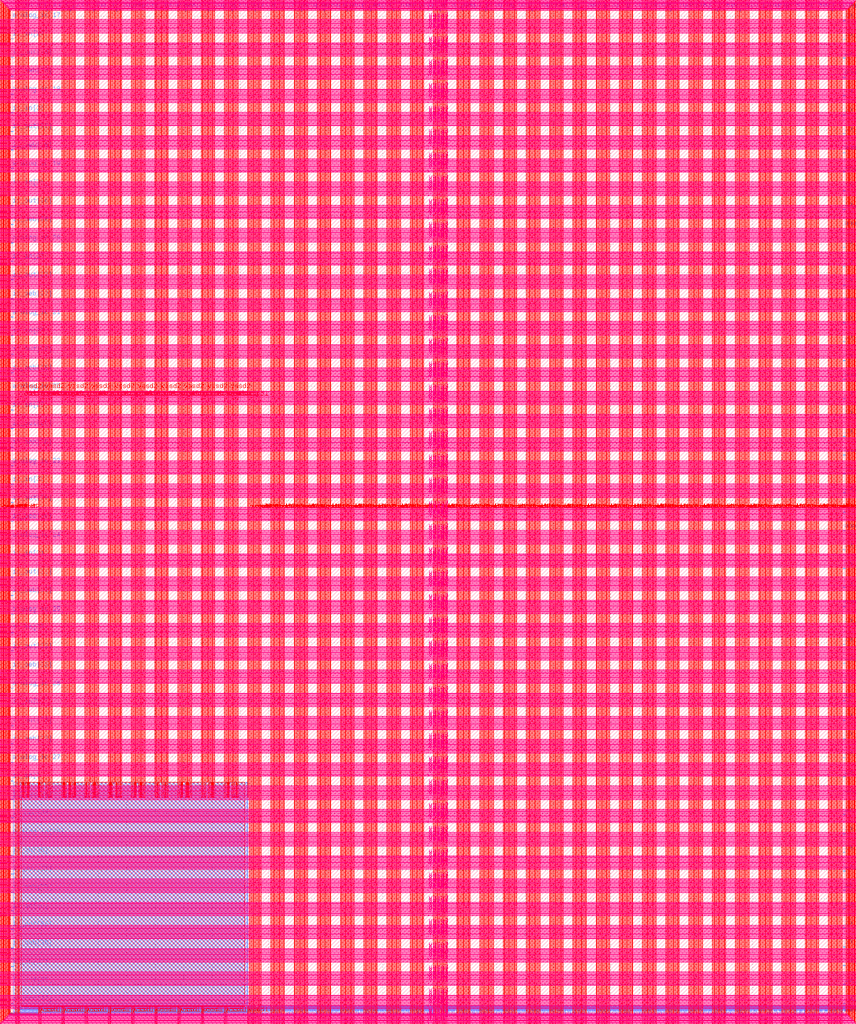
<source format=lef>
VERSION 5.7 ;
  NOWIREEXTENSIONATPIN ON ;
  DIVIDERCHAR "/" ;
  BUSBITCHARS "[]" ;
MACRO user_project_wrapper
  CLASS BLOCK ;
  FOREIGN user_project_wrapper ;
  ORIGIN 0.000 0.000 ;
  SIZE 2920.000 BY 3520.000 ;
  PIN analog_io[0]
    PORT
      LAYER met3 ;
        RECT 2917.600 1426.380 2924.800 1427.580 ;
    END
  END analog_io[0]
  PIN analog_io[10]
    PORT
      LAYER met2 ;
        RECT 2230.490 3517.600 2231.050 3524.800 ;
    END
  END analog_io[10]
  PIN analog_io[11]
    PORT
      LAYER met2 ;
        RECT 1905.730 3517.600 1906.290 3524.800 ;
    END
  END analog_io[11]
  PIN analog_io[12]
    PORT
      LAYER met2 ;
        RECT 1581.430 3517.600 1581.990 3524.800 ;
    END
  END analog_io[12]
  PIN analog_io[13]
    PORT
      LAYER met2 ;
        RECT 1257.130 3517.600 1257.690 3524.800 ;
    END
  END analog_io[13]
  PIN analog_io[14]
    PORT
      LAYER met2 ;
        RECT 932.370 3517.600 932.930 3524.800 ;
    END
  END analog_io[14]
  PIN analog_io[15]
    PORT
      LAYER met2 ;
        RECT 608.070 3517.600 608.630 3524.800 ;
    END
  END analog_io[15]
  PIN analog_io[16]
    PORT
      LAYER met2 ;
        RECT 283.770 3517.600 284.330 3524.800 ;
    END
  END analog_io[16]
  PIN analog_io[17]
    PORT
      LAYER met3 ;
        RECT -4.800 3486.100 2.400 3487.300 ;
    END
  END analog_io[17]
  PIN analog_io[18]
    PORT
      LAYER met3 ;
        RECT -4.800 3224.980 2.400 3226.180 ;
    END
  END analog_io[18]
  PIN analog_io[19]
    PORT
      LAYER met3 ;
        RECT -4.800 2964.540 2.400 2965.740 ;
    END
  END analog_io[19]
  PIN analog_io[1]
    PORT
      LAYER met3 ;
        RECT 2917.600 1692.260 2924.800 1693.460 ;
    END
  END analog_io[1]
  PIN analog_io[20]
    PORT
      LAYER met3 ;
        RECT -4.800 2703.420 2.400 2704.620 ;
    END
  END analog_io[20]
  PIN analog_io[21]
    PORT
      LAYER met3 ;
        RECT -4.800 2442.980 2.400 2444.180 ;
    END
  END analog_io[21]
  PIN analog_io[22]
    PORT
      LAYER met3 ;
        RECT -4.800 2182.540 2.400 2183.740 ;
    END
  END analog_io[22]
  PIN analog_io[23]
    PORT
      LAYER met3 ;
        RECT -4.800 1921.420 2.400 1922.620 ;
    END
  END analog_io[23]
  PIN analog_io[24]
    PORT
      LAYER met3 ;
        RECT -4.800 1660.980 2.400 1662.180 ;
    END
  END analog_io[24]
  PIN analog_io[25]
    PORT
      LAYER met3 ;
        RECT -4.800 1399.860 2.400 1401.060 ;
    END
  END analog_io[25]
  PIN analog_io[26]
    PORT
      LAYER met3 ;
        RECT -4.800 1139.420 2.400 1140.620 ;
    END
  END analog_io[26]
  PIN analog_io[27]
    PORT
      LAYER met3 ;
        RECT -4.800 878.980 2.400 880.180 ;
    END
  END analog_io[27]
  PIN analog_io[28]
    PORT
      LAYER met3 ;
        RECT -4.800 617.860 2.400 619.060 ;
    END
  END analog_io[28]
  PIN analog_io[2]
    PORT
      LAYER met3 ;
        RECT 2917.600 1958.140 2924.800 1959.340 ;
    END
  END analog_io[2]
  PIN analog_io[3]
    PORT
      LAYER met3 ;
        RECT 2917.600 2223.340 2924.800 2224.540 ;
    END
  END analog_io[3]
  PIN analog_io[4]
    PORT
      LAYER met3 ;
        RECT 2917.600 2489.220 2924.800 2490.420 ;
    END
  END analog_io[4]
  PIN analog_io[5]
    PORT
      LAYER met3 ;
        RECT 2917.600 2755.100 2924.800 2756.300 ;
    END
  END analog_io[5]
  PIN analog_io[6]
    PORT
      LAYER met3 ;
        RECT 2917.600 3020.300 2924.800 3021.500 ;
    END
  END analog_io[6]
  PIN analog_io[7]
    PORT
      LAYER met3 ;
        RECT 2917.600 3286.180 2924.800 3287.380 ;
    END
  END analog_io[7]
  PIN analog_io[8]
    PORT
      LAYER met2 ;
        RECT 2879.090 3517.600 2879.650 3524.800 ;
    END
  END analog_io[8]
  PIN analog_io[9]
    PORT
      LAYER met2 ;
        RECT 2554.790 3517.600 2555.350 3524.800 ;
    END
  END analog_io[9]
  PIN io_in[0]
    PORT
      LAYER met3 ;
        RECT 2917.600 32.380 2924.800 33.580 ;
    END
  END io_in[0]
  PIN io_in[10]
    PORT
      LAYER met3 ;
        RECT 2917.600 2289.980 2924.800 2291.180 ;
    END
  END io_in[10]
  PIN io_in[11]
    PORT
      LAYER met3 ;
        RECT 2917.600 2555.860 2924.800 2557.060 ;
    END
  END io_in[11]
  PIN io_in[12]
    PORT
      LAYER met3 ;
        RECT 2917.600 2821.060 2924.800 2822.260 ;
    END
  END io_in[12]
  PIN io_in[13]
    PORT
      LAYER met3 ;
        RECT 2917.600 3086.940 2924.800 3088.140 ;
    END
  END io_in[13]
  PIN io_in[14]
    PORT
      LAYER met3 ;
        RECT 2917.600 3352.820 2924.800 3354.020 ;
    END
  END io_in[14]
  PIN io_in[15]
    PORT
      LAYER met2 ;
        RECT 2798.130 3517.600 2798.690 3524.800 ;
    END
  END io_in[15]
  PIN io_in[16]
    PORT
      LAYER met2 ;
        RECT 2473.830 3517.600 2474.390 3524.800 ;
    END
  END io_in[16]
  PIN io_in[17]
    PORT
      LAYER met2 ;
        RECT 2149.070 3517.600 2149.630 3524.800 ;
    END
  END io_in[17]
  PIN io_in[18]
    PORT
      LAYER met2 ;
        RECT 1824.770 3517.600 1825.330 3524.800 ;
    END
  END io_in[18]
  PIN io_in[19]
    PORT
      LAYER met2 ;
        RECT 1500.470 3517.600 1501.030 3524.800 ;
    END
  END io_in[19]
  PIN io_in[1]
    PORT
      LAYER met3 ;
        RECT 2917.600 230.940 2924.800 232.140 ;
    END
  END io_in[1]
  PIN io_in[20]
    PORT
      LAYER met2 ;
        RECT 1175.710 3517.600 1176.270 3524.800 ;
    END
  END io_in[20]
  PIN io_in[21]
    PORT
      LAYER met2 ;
        RECT 851.410 3517.600 851.970 3524.800 ;
    END
  END io_in[21]
  PIN io_in[22]
    PORT
      LAYER met2 ;
        RECT 527.110 3517.600 527.670 3524.800 ;
    END
  END io_in[22]
  PIN io_in[23]
    PORT
      LAYER met2 ;
        RECT 202.350 3517.600 202.910 3524.800 ;
    END
  END io_in[23]
  PIN io_in[24]
    PORT
      LAYER met3 ;
        RECT -4.800 3420.820 2.400 3422.020 ;
    END
  END io_in[24]
  PIN io_in[25]
    PORT
      LAYER met3 ;
        RECT -4.800 3159.700 2.400 3160.900 ;
    END
  END io_in[25]
  PIN io_in[26]
    PORT
      LAYER met3 ;
        RECT -4.800 2899.260 2.400 2900.460 ;
    END
  END io_in[26]
  PIN io_in[27]
    PORT
      LAYER met3 ;
        RECT -4.800 2638.820 2.400 2640.020 ;
    END
  END io_in[27]
  PIN io_in[28]
    PORT
      LAYER met3 ;
        RECT -4.800 2377.700 2.400 2378.900 ;
    END
  END io_in[28]
  PIN io_in[29]
    PORT
      LAYER met3 ;
        RECT -4.800 2117.260 2.400 2118.460 ;
    END
  END io_in[29]
  PIN io_in[2]
    PORT
      LAYER met3 ;
        RECT 2917.600 430.180 2924.800 431.380 ;
    END
  END io_in[2]
  PIN io_in[30]
    PORT
      LAYER met3 ;
        RECT -4.800 1856.140 2.400 1857.340 ;
    END
  END io_in[30]
  PIN io_in[31]
    PORT
      LAYER met3 ;
        RECT -4.800 1595.700 2.400 1596.900 ;
    END
  END io_in[31]
  PIN io_in[32]
    PORT
      LAYER met3 ;
        RECT -4.800 1335.260 2.400 1336.460 ;
    END
  END io_in[32]
  PIN io_in[33]
    PORT
      LAYER met3 ;
        RECT -4.800 1074.140 2.400 1075.340 ;
    END
  END io_in[33]
  PIN io_in[34]
    PORT
      LAYER met3 ;
        RECT -4.800 813.700 2.400 814.900 ;
    END
  END io_in[34]
  PIN io_in[35]
    PORT
      LAYER met3 ;
        RECT -4.800 552.580 2.400 553.780 ;
    END
  END io_in[35]
  PIN io_in[36]
    PORT
      LAYER met3 ;
        RECT -4.800 357.420 2.400 358.620 ;
    END
  END io_in[36]
  PIN io_in[37]
    PORT
      LAYER met3 ;
        RECT -4.800 161.580 2.400 162.780 ;
    END
  END io_in[37]
  PIN io_in[3]
    PORT
      LAYER met3 ;
        RECT 2917.600 629.420 2924.800 630.620 ;
    END
  END io_in[3]
  PIN io_in[4]
    PORT
      LAYER met3 ;
        RECT 2917.600 828.660 2924.800 829.860 ;
    END
  END io_in[4]
  PIN io_in[5]
    PORT
      LAYER met3 ;
        RECT 2917.600 1027.900 2924.800 1029.100 ;
    END
  END io_in[5]
  PIN io_in[6]
    PORT
      LAYER met3 ;
        RECT 2917.600 1227.140 2924.800 1228.340 ;
    END
  END io_in[6]
  PIN io_in[7]
    PORT
      LAYER met3 ;
        RECT 2917.600 1493.020 2924.800 1494.220 ;
    END
  END io_in[7]
  PIN io_in[8]
    PORT
      LAYER met3 ;
        RECT 2917.600 1758.900 2924.800 1760.100 ;
    END
  END io_in[8]
  PIN io_in[9]
    PORT
      LAYER met3 ;
        RECT 2917.600 2024.100 2924.800 2025.300 ;
    END
  END io_in[9]
  PIN io_oeb[0]
    PORT
      LAYER met3 ;
        RECT 2917.600 164.980 2924.800 166.180 ;
    END
  END io_oeb[0]
  PIN io_oeb[10]
    PORT
      LAYER met3 ;
        RECT 2917.600 2422.580 2924.800 2423.780 ;
    END
  END io_oeb[10]
  PIN io_oeb[11]
    PORT
      LAYER met3 ;
        RECT 2917.600 2688.460 2924.800 2689.660 ;
    END
  END io_oeb[11]
  PIN io_oeb[12]
    PORT
      LAYER met3 ;
        RECT 2917.600 2954.340 2924.800 2955.540 ;
    END
  END io_oeb[12]
  PIN io_oeb[13]
    PORT
      LAYER met3 ;
        RECT 2917.600 3219.540 2924.800 3220.740 ;
    END
  END io_oeb[13]
  PIN io_oeb[14]
    PORT
      LAYER met3 ;
        RECT 2917.600 3485.420 2924.800 3486.620 ;
    END
  END io_oeb[14]
  PIN io_oeb[15]
    PORT
      LAYER met2 ;
        RECT 2635.750 3517.600 2636.310 3524.800 ;
    END
  END io_oeb[15]
  PIN io_oeb[16]
    PORT
      LAYER met2 ;
        RECT 2311.450 3517.600 2312.010 3524.800 ;
    END
  END io_oeb[16]
  PIN io_oeb[17]
    PORT
      LAYER met2 ;
        RECT 1987.150 3517.600 1987.710 3524.800 ;
    END
  END io_oeb[17]
  PIN io_oeb[18]
    PORT
      LAYER met2 ;
        RECT 1662.390 3517.600 1662.950 3524.800 ;
    END
  END io_oeb[18]
  PIN io_oeb[19]
    PORT
      LAYER met2 ;
        RECT 1338.090 3517.600 1338.650 3524.800 ;
    END
  END io_oeb[19]
  PIN io_oeb[1]
    PORT
      LAYER met3 ;
        RECT 2917.600 364.220 2924.800 365.420 ;
    END
  END io_oeb[1]
  PIN io_oeb[20]
    PORT
      LAYER met2 ;
        RECT 1013.790 3517.600 1014.350 3524.800 ;
    END
  END io_oeb[20]
  PIN io_oeb[21]
    PORT
      LAYER met2 ;
        RECT 689.030 3517.600 689.590 3524.800 ;
    END
  END io_oeb[21]
  PIN io_oeb[22]
    PORT
      LAYER met2 ;
        RECT 364.730 3517.600 365.290 3524.800 ;
    END
  END io_oeb[22]
  PIN io_oeb[23]
    PORT
      LAYER met2 ;
        RECT 40.430 3517.600 40.990 3524.800 ;
    END
  END io_oeb[23]
  PIN io_oeb[24]
    PORT
      LAYER met3 ;
        RECT -4.800 3290.260 2.400 3291.460 ;
    END
  END io_oeb[24]
  PIN io_oeb[25]
    PORT
      LAYER met3 ;
        RECT -4.800 3029.820 2.400 3031.020 ;
    END
  END io_oeb[25]
  PIN io_oeb[26]
    PORT
      LAYER met3 ;
        RECT -4.800 2768.700 2.400 2769.900 ;
    END
  END io_oeb[26]
  PIN io_oeb[27]
    PORT
      LAYER met3 ;
        RECT -4.800 2508.260 2.400 2509.460 ;
    END
  END io_oeb[27]
  PIN io_oeb[28]
    PORT
      LAYER met3 ;
        RECT -4.800 2247.140 2.400 2248.340 ;
    END
  END io_oeb[28]
  PIN io_oeb[29]
    PORT
      LAYER met3 ;
        RECT -4.800 1986.700 2.400 1987.900 ;
    END
  END io_oeb[29]
  PIN io_oeb[2]
    PORT
      LAYER met3 ;
        RECT 2917.600 563.460 2924.800 564.660 ;
    END
  END io_oeb[2]
  PIN io_oeb[30]
    PORT
      LAYER met3 ;
        RECT -4.800 1726.260 2.400 1727.460 ;
    END
  END io_oeb[30]
  PIN io_oeb[31]
    PORT
      LAYER met3 ;
        RECT -4.800 1465.140 2.400 1466.340 ;
    END
  END io_oeb[31]
  PIN io_oeb[32]
    PORT
      LAYER met3 ;
        RECT -4.800 1204.700 2.400 1205.900 ;
    END
  END io_oeb[32]
  PIN io_oeb[33]
    PORT
      LAYER met3 ;
        RECT -4.800 943.580 2.400 944.780 ;
    END
  END io_oeb[33]
  PIN io_oeb[34]
    PORT
      LAYER met3 ;
        RECT -4.800 683.140 2.400 684.340 ;
    END
  END io_oeb[34]
  PIN io_oeb[35]
    PORT
      LAYER met3 ;
        RECT -4.800 422.700 2.400 423.900 ;
    END
  END io_oeb[35]
  PIN io_oeb[36]
    PORT
      LAYER met3 ;
        RECT -4.800 226.860 2.400 228.060 ;
    END
  END io_oeb[36]
  PIN io_oeb[37]
    PORT
      LAYER met3 ;
        RECT -4.800 31.700 2.400 32.900 ;
    END
  END io_oeb[37]
  PIN io_oeb[3]
    PORT
      LAYER met3 ;
        RECT 2917.600 762.700 2924.800 763.900 ;
    END
  END io_oeb[3]
  PIN io_oeb[4]
    PORT
      LAYER met3 ;
        RECT 2917.600 961.940 2924.800 963.140 ;
    END
  END io_oeb[4]
  PIN io_oeb[5]
    PORT
      LAYER met3 ;
        RECT 2917.600 1161.180 2924.800 1162.380 ;
    END
  END io_oeb[5]
  PIN io_oeb[6]
    PORT
      LAYER met3 ;
        RECT 2917.600 1360.420 2924.800 1361.620 ;
    END
  END io_oeb[6]
  PIN io_oeb[7]
    PORT
      LAYER met3 ;
        RECT 2917.600 1625.620 2924.800 1626.820 ;
    END
  END io_oeb[7]
  PIN io_oeb[8]
    PORT
      LAYER met3 ;
        RECT 2917.600 1891.500 2924.800 1892.700 ;
    END
  END io_oeb[8]
  PIN io_oeb[9]
    PORT
      LAYER met3 ;
        RECT 2917.600 2157.380 2924.800 2158.580 ;
    END
  END io_oeb[9]
  PIN io_out[0]
    PORT
      LAYER met3 ;
        RECT 2917.600 98.340 2924.800 99.540 ;
    END
  END io_out[0]
  PIN io_out[10]
    PORT
      LAYER met3 ;
        RECT 2917.600 2356.620 2924.800 2357.820 ;
    END
  END io_out[10]
  PIN io_out[11]
    PORT
      LAYER met3 ;
        RECT 2917.600 2621.820 2924.800 2623.020 ;
    END
  END io_out[11]
  PIN io_out[12]
    PORT
      LAYER met3 ;
        RECT 2917.600 2887.700 2924.800 2888.900 ;
    END
  END io_out[12]
  PIN io_out[13]
    PORT
      LAYER met3 ;
        RECT 2917.600 3153.580 2924.800 3154.780 ;
    END
  END io_out[13]
  PIN io_out[14]
    PORT
      LAYER met3 ;
        RECT 2917.600 3418.780 2924.800 3419.980 ;
    END
  END io_out[14]
  PIN io_out[15]
    PORT
      LAYER met2 ;
        RECT 2717.170 3517.600 2717.730 3524.800 ;
    END
  END io_out[15]
  PIN io_out[16]
    PORT
      LAYER met2 ;
        RECT 2392.410 3517.600 2392.970 3524.800 ;
    END
  END io_out[16]
  PIN io_out[17]
    PORT
      LAYER met2 ;
        RECT 2068.110 3517.600 2068.670 3524.800 ;
    END
  END io_out[17]
  PIN io_out[18]
    PORT
      LAYER met2 ;
        RECT 1743.810 3517.600 1744.370 3524.800 ;
    END
  END io_out[18]
  PIN io_out[19]
    PORT
      LAYER met2 ;
        RECT 1419.050 3517.600 1419.610 3524.800 ;
    END
  END io_out[19]
  PIN io_out[1]
    PORT
      LAYER met3 ;
        RECT 2917.600 297.580 2924.800 298.780 ;
    END
  END io_out[1]
  PIN io_out[20]
    PORT
      LAYER met2 ;
        RECT 1094.750 3517.600 1095.310 3524.800 ;
    END
  END io_out[20]
  PIN io_out[21]
    PORT
      LAYER met2 ;
        RECT 770.450 3517.600 771.010 3524.800 ;
    END
  END io_out[21]
  PIN io_out[22]
    PORT
      LAYER met2 ;
        RECT 445.690 3517.600 446.250 3524.800 ;
    END
  END io_out[22]
  PIN io_out[23]
    PORT
      LAYER met2 ;
        RECT 121.390 3517.600 121.950 3524.800 ;
    END
  END io_out[23]
  PIN io_out[24]
    PORT
      LAYER met3 ;
        RECT -4.800 3355.540 2.400 3356.740 ;
    END
  END io_out[24]
  PIN io_out[25]
    PORT
      LAYER met3 ;
        RECT -4.800 3095.100 2.400 3096.300 ;
    END
  END io_out[25]
  PIN io_out[26]
    PORT
      LAYER met3 ;
        RECT -4.800 2833.980 2.400 2835.180 ;
    END
  END io_out[26]
  PIN io_out[27]
    PORT
      LAYER met3 ;
        RECT -4.800 2573.540 2.400 2574.740 ;
    END
  END io_out[27]
  PIN io_out[28]
    PORT
      LAYER met3 ;
        RECT -4.800 2312.420 2.400 2313.620 ;
    END
  END io_out[28]
  PIN io_out[29]
    PORT
      LAYER met3 ;
        RECT -4.800 2051.980 2.400 2053.180 ;
    END
  END io_out[29]
  PIN io_out[2]
    PORT
      LAYER met3 ;
        RECT 2917.600 496.820 2924.800 498.020 ;
    END
  END io_out[2]
  PIN io_out[30]
    PORT
      LAYER met3 ;
        RECT -4.800 1791.540 2.400 1792.740 ;
    END
  END io_out[30]
  PIN io_out[31]
    PORT
      LAYER met3 ;
        RECT -4.800 1530.420 2.400 1531.620 ;
    END
  END io_out[31]
  PIN io_out[32]
    PORT
      LAYER met3 ;
        RECT -4.800 1269.980 2.400 1271.180 ;
    END
  END io_out[32]
  PIN io_out[33]
    PORT
      LAYER met3 ;
        RECT -4.800 1008.860 2.400 1010.060 ;
    END
  END io_out[33]
  PIN io_out[34]
    PORT
      LAYER met3 ;
        RECT -4.800 748.420 2.400 749.620 ;
    END
  END io_out[34]
  PIN io_out[35]
    PORT
      LAYER met3 ;
        RECT -4.800 487.300 2.400 488.500 ;
    END
  END io_out[35]
  PIN io_out[36]
    PORT
      LAYER met3 ;
        RECT -4.800 292.140 2.400 293.340 ;
    END
  END io_out[36]
  PIN io_out[37]
    PORT
      LAYER met3 ;
        RECT -4.800 96.300 2.400 97.500 ;
    END
  END io_out[37]
  PIN io_out[3]
    PORT
      LAYER met3 ;
        RECT 2917.600 696.060 2924.800 697.260 ;
    END
  END io_out[3]
  PIN io_out[4]
    PORT
      LAYER met3 ;
        RECT 2917.600 895.300 2924.800 896.500 ;
    END
  END io_out[4]
  PIN io_out[5]
    PORT
      LAYER met3 ;
        RECT 2917.600 1094.540 2924.800 1095.740 ;
    END
  END io_out[5]
  PIN io_out[6]
    PORT
      LAYER met3 ;
        RECT 2917.600 1293.780 2924.800 1294.980 ;
    END
  END io_out[6]
  PIN io_out[7]
    PORT
      LAYER met3 ;
        RECT 2917.600 1559.660 2924.800 1560.860 ;
    END
  END io_out[7]
  PIN io_out[8]
    PORT
      LAYER met3 ;
        RECT 2917.600 1824.860 2924.800 1826.060 ;
    END
  END io_out[8]
  PIN io_out[9]
    PORT
      LAYER met3 ;
        RECT 2917.600 2090.740 2924.800 2091.940 ;
    END
  END io_out[9]
  PIN la_data_in[0]
    PORT
      LAYER met2 ;
        RECT 629.230 -4.800 629.790 2.400 ;
    END
  END la_data_in[0]
  PIN la_data_in[100]
    PORT
      LAYER met2 ;
        RECT 2402.530 -4.800 2403.090 2.400 ;
    END
  END la_data_in[100]
  PIN la_data_in[101]
    PORT
      LAYER met2 ;
        RECT 2420.010 -4.800 2420.570 2.400 ;
    END
  END la_data_in[101]
  PIN la_data_in[102]
    PORT
      LAYER met2 ;
        RECT 2437.950 -4.800 2438.510 2.400 ;
    END
  END la_data_in[102]
  PIN la_data_in[103]
    PORT
      LAYER met2 ;
        RECT 2455.430 -4.800 2455.990 2.400 ;
    END
  END la_data_in[103]
  PIN la_data_in[104]
    PORT
      LAYER met2 ;
        RECT 2473.370 -4.800 2473.930 2.400 ;
    END
  END la_data_in[104]
  PIN la_data_in[105]
    PORT
      LAYER met2 ;
        RECT 2490.850 -4.800 2491.410 2.400 ;
    END
  END la_data_in[105]
  PIN la_data_in[106]
    PORT
      LAYER met2 ;
        RECT 2508.790 -4.800 2509.350 2.400 ;
    END
  END la_data_in[106]
  PIN la_data_in[107]
    PORT
      LAYER met2 ;
        RECT 2526.730 -4.800 2527.290 2.400 ;
    END
  END la_data_in[107]
  PIN la_data_in[108]
    PORT
      LAYER met2 ;
        RECT 2544.210 -4.800 2544.770 2.400 ;
    END
  END la_data_in[108]
  PIN la_data_in[109]
    PORT
      LAYER met2 ;
        RECT 2562.150 -4.800 2562.710 2.400 ;
    END
  END la_data_in[109]
  PIN la_data_in[10]
    PORT
      LAYER met2 ;
        RECT 806.330 -4.800 806.890 2.400 ;
    END
  END la_data_in[10]
  PIN la_data_in[110]
    PORT
      LAYER met2 ;
        RECT 2579.630 -4.800 2580.190 2.400 ;
    END
  END la_data_in[110]
  PIN la_data_in[111]
    PORT
      LAYER met2 ;
        RECT 2597.570 -4.800 2598.130 2.400 ;
    END
  END la_data_in[111]
  PIN la_data_in[112]
    PORT
      LAYER met2 ;
        RECT 2615.050 -4.800 2615.610 2.400 ;
    END
  END la_data_in[112]
  PIN la_data_in[113]
    PORT
      LAYER met2 ;
        RECT 2632.990 -4.800 2633.550 2.400 ;
    END
  END la_data_in[113]
  PIN la_data_in[114]
    PORT
      LAYER met2 ;
        RECT 2650.470 -4.800 2651.030 2.400 ;
    END
  END la_data_in[114]
  PIN la_data_in[115]
    PORT
      LAYER met2 ;
        RECT 2668.410 -4.800 2668.970 2.400 ;
    END
  END la_data_in[115]
  PIN la_data_in[116]
    PORT
      LAYER met2 ;
        RECT 2685.890 -4.800 2686.450 2.400 ;
    END
  END la_data_in[116]
  PIN la_data_in[117]
    PORT
      LAYER met2 ;
        RECT 2703.830 -4.800 2704.390 2.400 ;
    END
  END la_data_in[117]
  PIN la_data_in[118]
    PORT
      LAYER met2 ;
        RECT 2721.770 -4.800 2722.330 2.400 ;
    END
  END la_data_in[118]
  PIN la_data_in[119]
    PORT
      LAYER met2 ;
        RECT 2739.250 -4.800 2739.810 2.400 ;
    END
  END la_data_in[119]
  PIN la_data_in[11]
    PORT
      LAYER met2 ;
        RECT 824.270 -4.800 824.830 2.400 ;
    END
  END la_data_in[11]
  PIN la_data_in[120]
    PORT
      LAYER met2 ;
        RECT 2757.190 -4.800 2757.750 2.400 ;
    END
  END la_data_in[120]
  PIN la_data_in[121]
    PORT
      LAYER met2 ;
        RECT 2774.670 -4.800 2775.230 2.400 ;
    END
  END la_data_in[121]
  PIN la_data_in[122]
    PORT
      LAYER met2 ;
        RECT 2792.610 -4.800 2793.170 2.400 ;
    END
  END la_data_in[122]
  PIN la_data_in[123]
    PORT
      LAYER met2 ;
        RECT 2810.090 -4.800 2810.650 2.400 ;
    END
  END la_data_in[123]
  PIN la_data_in[124]
    PORT
      LAYER met2 ;
        RECT 2828.030 -4.800 2828.590 2.400 ;
    END
  END la_data_in[124]
  PIN la_data_in[125]
    PORT
      LAYER met2 ;
        RECT 2845.510 -4.800 2846.070 2.400 ;
    END
  END la_data_in[125]
  PIN la_data_in[126]
    PORT
      LAYER met2 ;
        RECT 2863.450 -4.800 2864.010 2.400 ;
    END
  END la_data_in[126]
  PIN la_data_in[127]
    PORT
      LAYER met2 ;
        RECT 2881.390 -4.800 2881.950 2.400 ;
    END
  END la_data_in[127]
  PIN la_data_in[12]
    PORT
      LAYER met2 ;
        RECT 841.750 -4.800 842.310 2.400 ;
    END
  END la_data_in[12]
  PIN la_data_in[13]
    PORT
      LAYER met2 ;
        RECT 859.690 -4.800 860.250 2.400 ;
    END
  END la_data_in[13]
  PIN la_data_in[14]
    PORT
      LAYER met2 ;
        RECT 877.170 -4.800 877.730 2.400 ;
    END
  END la_data_in[14]
  PIN la_data_in[15]
    PORT
      LAYER met2 ;
        RECT 895.110 -4.800 895.670 2.400 ;
    END
  END la_data_in[15]
  PIN la_data_in[16]
    PORT
      LAYER met2 ;
        RECT 912.590 -4.800 913.150 2.400 ;
    END
  END la_data_in[16]
  PIN la_data_in[17]
    PORT
      LAYER met2 ;
        RECT 930.530 -4.800 931.090 2.400 ;
    END
  END la_data_in[17]
  PIN la_data_in[18]
    PORT
      LAYER met2 ;
        RECT 948.470 -4.800 949.030 2.400 ;
    END
  END la_data_in[18]
  PIN la_data_in[19]
    PORT
      LAYER met2 ;
        RECT 965.950 -4.800 966.510 2.400 ;
    END
  END la_data_in[19]
  PIN la_data_in[1]
    PORT
      LAYER met2 ;
        RECT 646.710 -4.800 647.270 2.400 ;
    END
  END la_data_in[1]
  PIN la_data_in[20]
    PORT
      LAYER met2 ;
        RECT 983.890 -4.800 984.450 2.400 ;
    END
  END la_data_in[20]
  PIN la_data_in[21]
    PORT
      LAYER met2 ;
        RECT 1001.370 -4.800 1001.930 2.400 ;
    END
  END la_data_in[21]
  PIN la_data_in[22]
    PORT
      LAYER met2 ;
        RECT 1019.310 -4.800 1019.870 2.400 ;
    END
  END la_data_in[22]
  PIN la_data_in[23]
    PORT
      LAYER met2 ;
        RECT 1036.790 -4.800 1037.350 2.400 ;
    END
  END la_data_in[23]
  PIN la_data_in[24]
    PORT
      LAYER met2 ;
        RECT 1054.730 -4.800 1055.290 2.400 ;
    END
  END la_data_in[24]
  PIN la_data_in[25]
    PORT
      LAYER met2 ;
        RECT 1072.210 -4.800 1072.770 2.400 ;
    END
  END la_data_in[25]
  PIN la_data_in[26]
    PORT
      LAYER met2 ;
        RECT 1090.150 -4.800 1090.710 2.400 ;
    END
  END la_data_in[26]
  PIN la_data_in[27]
    PORT
      LAYER met2 ;
        RECT 1107.630 -4.800 1108.190 2.400 ;
    END
  END la_data_in[27]
  PIN la_data_in[28]
    PORT
      LAYER met2 ;
        RECT 1125.570 -4.800 1126.130 2.400 ;
    END
  END la_data_in[28]
  PIN la_data_in[29]
    PORT
      LAYER met2 ;
        RECT 1143.510 -4.800 1144.070 2.400 ;
    END
  END la_data_in[29]
  PIN la_data_in[2]
    PORT
      LAYER met2 ;
        RECT 664.650 -4.800 665.210 2.400 ;
    END
  END la_data_in[2]
  PIN la_data_in[30]
    PORT
      LAYER met2 ;
        RECT 1160.990 -4.800 1161.550 2.400 ;
    END
  END la_data_in[30]
  PIN la_data_in[31]
    PORT
      LAYER met2 ;
        RECT 1178.930 -4.800 1179.490 2.400 ;
    END
  END la_data_in[31]
  PIN la_data_in[32]
    PORT
      LAYER met2 ;
        RECT 1196.410 -4.800 1196.970 2.400 ;
    END
  END la_data_in[32]
  PIN la_data_in[33]
    PORT
      LAYER met2 ;
        RECT 1214.350 -4.800 1214.910 2.400 ;
    END
  END la_data_in[33]
  PIN la_data_in[34]
    PORT
      LAYER met2 ;
        RECT 1231.830 -4.800 1232.390 2.400 ;
    END
  END la_data_in[34]
  PIN la_data_in[35]
    PORT
      LAYER met2 ;
        RECT 1249.770 -4.800 1250.330 2.400 ;
    END
  END la_data_in[35]
  PIN la_data_in[36]
    PORT
      LAYER met2 ;
        RECT 1267.250 -4.800 1267.810 2.400 ;
    END
  END la_data_in[36]
  PIN la_data_in[37]
    PORT
      LAYER met2 ;
        RECT 1285.190 -4.800 1285.750 2.400 ;
    END
  END la_data_in[37]
  PIN la_data_in[38]
    PORT
      LAYER met2 ;
        RECT 1303.130 -4.800 1303.690 2.400 ;
    END
  END la_data_in[38]
  PIN la_data_in[39]
    PORT
      LAYER met2 ;
        RECT 1320.610 -4.800 1321.170 2.400 ;
    END
  END la_data_in[39]
  PIN la_data_in[3]
    PORT
      LAYER met2 ;
        RECT 682.130 -4.800 682.690 2.400 ;
    END
  END la_data_in[3]
  PIN la_data_in[40]
    PORT
      LAYER met2 ;
        RECT 1338.550 -4.800 1339.110 2.400 ;
    END
  END la_data_in[40]
  PIN la_data_in[41]
    PORT
      LAYER met2 ;
        RECT 1356.030 -4.800 1356.590 2.400 ;
    END
  END la_data_in[41]
  PIN la_data_in[42]
    PORT
      LAYER met2 ;
        RECT 1373.970 -4.800 1374.530 2.400 ;
    END
  END la_data_in[42]
  PIN la_data_in[43]
    PORT
      LAYER met2 ;
        RECT 1391.450 -4.800 1392.010 2.400 ;
    END
  END la_data_in[43]
  PIN la_data_in[44]
    PORT
      LAYER met2 ;
        RECT 1409.390 -4.800 1409.950 2.400 ;
    END
  END la_data_in[44]
  PIN la_data_in[45]
    PORT
      LAYER met2 ;
        RECT 1426.870 -4.800 1427.430 2.400 ;
    END
  END la_data_in[45]
  PIN la_data_in[46]
    PORT
      LAYER met2 ;
        RECT 1444.810 -4.800 1445.370 2.400 ;
    END
  END la_data_in[46]
  PIN la_data_in[47]
    PORT
      LAYER met2 ;
        RECT 1462.750 -4.800 1463.310 2.400 ;
    END
  END la_data_in[47]
  PIN la_data_in[48]
    PORT
      LAYER met2 ;
        RECT 1480.230 -4.800 1480.790 2.400 ;
    END
  END la_data_in[48]
  PIN la_data_in[49]
    PORT
      LAYER met2 ;
        RECT 1498.170 -4.800 1498.730 2.400 ;
    END
  END la_data_in[49]
  PIN la_data_in[4]
    PORT
      LAYER met2 ;
        RECT 700.070 -4.800 700.630 2.400 ;
    END
  END la_data_in[4]
  PIN la_data_in[50]
    PORT
      LAYER met2 ;
        RECT 1515.650 -4.800 1516.210 2.400 ;
    END
  END la_data_in[50]
  PIN la_data_in[51]
    PORT
      LAYER met2 ;
        RECT 1533.590 -4.800 1534.150 2.400 ;
    END
  END la_data_in[51]
  PIN la_data_in[52]
    PORT
      LAYER met2 ;
        RECT 1551.070 -4.800 1551.630 2.400 ;
    END
  END la_data_in[52]
  PIN la_data_in[53]
    PORT
      LAYER met2 ;
        RECT 1569.010 -4.800 1569.570 2.400 ;
    END
  END la_data_in[53]
  PIN la_data_in[54]
    PORT
      LAYER met2 ;
        RECT 1586.490 -4.800 1587.050 2.400 ;
    END
  END la_data_in[54]
  PIN la_data_in[55]
    PORT
      LAYER met2 ;
        RECT 1604.430 -4.800 1604.990 2.400 ;
    END
  END la_data_in[55]
  PIN la_data_in[56]
    PORT
      LAYER met2 ;
        RECT 1621.910 -4.800 1622.470 2.400 ;
    END
  END la_data_in[56]
  PIN la_data_in[57]
    PORT
      LAYER met2 ;
        RECT 1639.850 -4.800 1640.410 2.400 ;
    END
  END la_data_in[57]
  PIN la_data_in[58]
    PORT
      LAYER met2 ;
        RECT 1657.790 -4.800 1658.350 2.400 ;
    END
  END la_data_in[58]
  PIN la_data_in[59]
    PORT
      LAYER met2 ;
        RECT 1675.270 -4.800 1675.830 2.400 ;
    END
  END la_data_in[59]
  PIN la_data_in[5]
    PORT
      LAYER met2 ;
        RECT 717.550 -4.800 718.110 2.400 ;
    END
  END la_data_in[5]
  PIN la_data_in[60]
    PORT
      LAYER met2 ;
        RECT 1693.210 -4.800 1693.770 2.400 ;
    END
  END la_data_in[60]
  PIN la_data_in[61]
    PORT
      LAYER met2 ;
        RECT 1710.690 -4.800 1711.250 2.400 ;
    END
  END la_data_in[61]
  PIN la_data_in[62]
    PORT
      LAYER met2 ;
        RECT 1728.630 -4.800 1729.190 2.400 ;
    END
  END la_data_in[62]
  PIN la_data_in[63]
    PORT
      LAYER met2 ;
        RECT 1746.110 -4.800 1746.670 2.400 ;
    END
  END la_data_in[63]
  PIN la_data_in[64]
    PORT
      LAYER met2 ;
        RECT 1764.050 -4.800 1764.610 2.400 ;
    END
  END la_data_in[64]
  PIN la_data_in[65]
    PORT
      LAYER met2 ;
        RECT 1781.530 -4.800 1782.090 2.400 ;
    END
  END la_data_in[65]
  PIN la_data_in[66]
    PORT
      LAYER met2 ;
        RECT 1799.470 -4.800 1800.030 2.400 ;
    END
  END la_data_in[66]
  PIN la_data_in[67]
    PORT
      LAYER met2 ;
        RECT 1817.410 -4.800 1817.970 2.400 ;
    END
  END la_data_in[67]
  PIN la_data_in[68]
    PORT
      LAYER met2 ;
        RECT 1834.890 -4.800 1835.450 2.400 ;
    END
  END la_data_in[68]
  PIN la_data_in[69]
    PORT
      LAYER met2 ;
        RECT 1852.830 -4.800 1853.390 2.400 ;
    END
  END la_data_in[69]
  PIN la_data_in[6]
    PORT
      LAYER met2 ;
        RECT 735.490 -4.800 736.050 2.400 ;
    END
  END la_data_in[6]
  PIN la_data_in[70]
    PORT
      LAYER met2 ;
        RECT 1870.310 -4.800 1870.870 2.400 ;
    END
  END la_data_in[70]
  PIN la_data_in[71]
    PORT
      LAYER met2 ;
        RECT 1888.250 -4.800 1888.810 2.400 ;
    END
  END la_data_in[71]
  PIN la_data_in[72]
    PORT
      LAYER met2 ;
        RECT 1905.730 -4.800 1906.290 2.400 ;
    END
  END la_data_in[72]
  PIN la_data_in[73]
    PORT
      LAYER met2 ;
        RECT 1923.670 -4.800 1924.230 2.400 ;
    END
  END la_data_in[73]
  PIN la_data_in[74]
    PORT
      LAYER met2 ;
        RECT 1941.150 -4.800 1941.710 2.400 ;
    END
  END la_data_in[74]
  PIN la_data_in[75]
    PORT
      LAYER met2 ;
        RECT 1959.090 -4.800 1959.650 2.400 ;
    END
  END la_data_in[75]
  PIN la_data_in[76]
    PORT
      LAYER met2 ;
        RECT 1976.570 -4.800 1977.130 2.400 ;
    END
  END la_data_in[76]
  PIN la_data_in[77]
    PORT
      LAYER met2 ;
        RECT 1994.510 -4.800 1995.070 2.400 ;
    END
  END la_data_in[77]
  PIN la_data_in[78]
    PORT
      LAYER met2 ;
        RECT 2012.450 -4.800 2013.010 2.400 ;
    END
  END la_data_in[78]
  PIN la_data_in[79]
    PORT
      LAYER met2 ;
        RECT 2029.930 -4.800 2030.490 2.400 ;
    END
  END la_data_in[79]
  PIN la_data_in[7]
    PORT
      LAYER met2 ;
        RECT 752.970 -4.800 753.530 2.400 ;
    END
  END la_data_in[7]
  PIN la_data_in[80]
    PORT
      LAYER met2 ;
        RECT 2047.870 -4.800 2048.430 2.400 ;
    END
  END la_data_in[80]
  PIN la_data_in[81]
    PORT
      LAYER met2 ;
        RECT 2065.350 -4.800 2065.910 2.400 ;
    END
  END la_data_in[81]
  PIN la_data_in[82]
    PORT
      LAYER met2 ;
        RECT 2083.290 -4.800 2083.850 2.400 ;
    END
  END la_data_in[82]
  PIN la_data_in[83]
    PORT
      LAYER met2 ;
        RECT 2100.770 -4.800 2101.330 2.400 ;
    END
  END la_data_in[83]
  PIN la_data_in[84]
    PORT
      LAYER met2 ;
        RECT 2118.710 -4.800 2119.270 2.400 ;
    END
  END la_data_in[84]
  PIN la_data_in[85]
    PORT
      LAYER met2 ;
        RECT 2136.190 -4.800 2136.750 2.400 ;
    END
  END la_data_in[85]
  PIN la_data_in[86]
    PORT
      LAYER met2 ;
        RECT 2154.130 -4.800 2154.690 2.400 ;
    END
  END la_data_in[86]
  PIN la_data_in[87]
    PORT
      LAYER met2 ;
        RECT 2172.070 -4.800 2172.630 2.400 ;
    END
  END la_data_in[87]
  PIN la_data_in[88]
    PORT
      LAYER met2 ;
        RECT 2189.550 -4.800 2190.110 2.400 ;
    END
  END la_data_in[88]
  PIN la_data_in[89]
    PORT
      LAYER met2 ;
        RECT 2207.490 -4.800 2208.050 2.400 ;
    END
  END la_data_in[89]
  PIN la_data_in[8]
    PORT
      LAYER met2 ;
        RECT 770.910 -4.800 771.470 2.400 ;
    END
  END la_data_in[8]
  PIN la_data_in[90]
    PORT
      LAYER met2 ;
        RECT 2224.970 -4.800 2225.530 2.400 ;
    END
  END la_data_in[90]
  PIN la_data_in[91]
    PORT
      LAYER met2 ;
        RECT 2242.910 -4.800 2243.470 2.400 ;
    END
  END la_data_in[91]
  PIN la_data_in[92]
    PORT
      LAYER met2 ;
        RECT 2260.390 -4.800 2260.950 2.400 ;
    END
  END la_data_in[92]
  PIN la_data_in[93]
    PORT
      LAYER met2 ;
        RECT 2278.330 -4.800 2278.890 2.400 ;
    END
  END la_data_in[93]
  PIN la_data_in[94]
    PORT
      LAYER met2 ;
        RECT 2295.810 -4.800 2296.370 2.400 ;
    END
  END la_data_in[94]
  PIN la_data_in[95]
    PORT
      LAYER met2 ;
        RECT 2313.750 -4.800 2314.310 2.400 ;
    END
  END la_data_in[95]
  PIN la_data_in[96]
    PORT
      LAYER met2 ;
        RECT 2331.230 -4.800 2331.790 2.400 ;
    END
  END la_data_in[96]
  PIN la_data_in[97]
    PORT
      LAYER met2 ;
        RECT 2349.170 -4.800 2349.730 2.400 ;
    END
  END la_data_in[97]
  PIN la_data_in[98]
    PORT
      LAYER met2 ;
        RECT 2367.110 -4.800 2367.670 2.400 ;
    END
  END la_data_in[98]
  PIN la_data_in[99]
    PORT
      LAYER met2 ;
        RECT 2384.590 -4.800 2385.150 2.400 ;
    END
  END la_data_in[99]
  PIN la_data_in[9]
    PORT
      LAYER met2 ;
        RECT 788.850 -4.800 789.410 2.400 ;
    END
  END la_data_in[9]
  PIN la_data_out[0]
    PORT
      LAYER met2 ;
        RECT 634.750 -4.800 635.310 2.400 ;
    END
  END la_data_out[0]
  PIN la_data_out[100]
    PORT
      LAYER met2 ;
        RECT 2408.510 -4.800 2409.070 2.400 ;
    END
  END la_data_out[100]
  PIN la_data_out[101]
    PORT
      LAYER met2 ;
        RECT 2425.990 -4.800 2426.550 2.400 ;
    END
  END la_data_out[101]
  PIN la_data_out[102]
    PORT
      LAYER met2 ;
        RECT 2443.930 -4.800 2444.490 2.400 ;
    END
  END la_data_out[102]
  PIN la_data_out[103]
    PORT
      LAYER met2 ;
        RECT 2461.410 -4.800 2461.970 2.400 ;
    END
  END la_data_out[103]
  PIN la_data_out[104]
    PORT
      LAYER met2 ;
        RECT 2479.350 -4.800 2479.910 2.400 ;
    END
  END la_data_out[104]
  PIN la_data_out[105]
    PORT
      LAYER met2 ;
        RECT 2496.830 -4.800 2497.390 2.400 ;
    END
  END la_data_out[105]
  PIN la_data_out[106]
    PORT
      LAYER met2 ;
        RECT 2514.770 -4.800 2515.330 2.400 ;
    END
  END la_data_out[106]
  PIN la_data_out[107]
    PORT
      LAYER met2 ;
        RECT 2532.250 -4.800 2532.810 2.400 ;
    END
  END la_data_out[107]
  PIN la_data_out[108]
    PORT
      LAYER met2 ;
        RECT 2550.190 -4.800 2550.750 2.400 ;
    END
  END la_data_out[108]
  PIN la_data_out[109]
    PORT
      LAYER met2 ;
        RECT 2567.670 -4.800 2568.230 2.400 ;
    END
  END la_data_out[109]
  PIN la_data_out[10]
    PORT
      LAYER met2 ;
        RECT 812.310 -4.800 812.870 2.400 ;
    END
  END la_data_out[10]
  PIN la_data_out[110]
    PORT
      LAYER met2 ;
        RECT 2585.610 -4.800 2586.170 2.400 ;
    END
  END la_data_out[110]
  PIN la_data_out[111]
    PORT
      LAYER met2 ;
        RECT 2603.550 -4.800 2604.110 2.400 ;
    END
  END la_data_out[111]
  PIN la_data_out[112]
    PORT
      LAYER met2 ;
        RECT 2621.030 -4.800 2621.590 2.400 ;
    END
  END la_data_out[112]
  PIN la_data_out[113]
    PORT
      LAYER met2 ;
        RECT 2638.970 -4.800 2639.530 2.400 ;
    END
  END la_data_out[113]
  PIN la_data_out[114]
    PORT
      LAYER met2 ;
        RECT 2656.450 -4.800 2657.010 2.400 ;
    END
  END la_data_out[114]
  PIN la_data_out[115]
    PORT
      LAYER met2 ;
        RECT 2674.390 -4.800 2674.950 2.400 ;
    END
  END la_data_out[115]
  PIN la_data_out[116]
    PORT
      LAYER met2 ;
        RECT 2691.870 -4.800 2692.430 2.400 ;
    END
  END la_data_out[116]
  PIN la_data_out[117]
    PORT
      LAYER met2 ;
        RECT 2709.810 -4.800 2710.370 2.400 ;
    END
  END la_data_out[117]
  PIN la_data_out[118]
    PORT
      LAYER met2 ;
        RECT 2727.290 -4.800 2727.850 2.400 ;
    END
  END la_data_out[118]
  PIN la_data_out[119]
    PORT
      LAYER met2 ;
        RECT 2745.230 -4.800 2745.790 2.400 ;
    END
  END la_data_out[119]
  PIN la_data_out[11]
    PORT
      LAYER met2 ;
        RECT 830.250 -4.800 830.810 2.400 ;
    END
  END la_data_out[11]
  PIN la_data_out[120]
    PORT
      LAYER met2 ;
        RECT 2763.170 -4.800 2763.730 2.400 ;
    END
  END la_data_out[120]
  PIN la_data_out[121]
    PORT
      LAYER met2 ;
        RECT 2780.650 -4.800 2781.210 2.400 ;
    END
  END la_data_out[121]
  PIN la_data_out[122]
    PORT
      LAYER met2 ;
        RECT 2798.590 -4.800 2799.150 2.400 ;
    END
  END la_data_out[122]
  PIN la_data_out[123]
    PORT
      LAYER met2 ;
        RECT 2816.070 -4.800 2816.630 2.400 ;
    END
  END la_data_out[123]
  PIN la_data_out[124]
    PORT
      LAYER met2 ;
        RECT 2834.010 -4.800 2834.570 2.400 ;
    END
  END la_data_out[124]
  PIN la_data_out[125]
    PORT
      LAYER met2 ;
        RECT 2851.490 -4.800 2852.050 2.400 ;
    END
  END la_data_out[125]
  PIN la_data_out[126]
    PORT
      LAYER met2 ;
        RECT 2869.430 -4.800 2869.990 2.400 ;
    END
  END la_data_out[126]
  PIN la_data_out[127]
    PORT
      LAYER met2 ;
        RECT 2886.910 -4.800 2887.470 2.400 ;
    END
  END la_data_out[127]
  PIN la_data_out[12]
    PORT
      LAYER met2 ;
        RECT 847.730 -4.800 848.290 2.400 ;
    END
  END la_data_out[12]
  PIN la_data_out[13]
    PORT
      LAYER met2 ;
        RECT 865.670 -4.800 866.230 2.400 ;
    END
  END la_data_out[13]
  PIN la_data_out[14]
    PORT
      LAYER met2 ;
        RECT 883.150 -4.800 883.710 2.400 ;
    END
  END la_data_out[14]
  PIN la_data_out[15]
    PORT
      LAYER met2 ;
        RECT 901.090 -4.800 901.650 2.400 ;
    END
  END la_data_out[15]
  PIN la_data_out[16]
    PORT
      LAYER met2 ;
        RECT 918.570 -4.800 919.130 2.400 ;
    END
  END la_data_out[16]
  PIN la_data_out[17]
    PORT
      LAYER met2 ;
        RECT 936.510 -4.800 937.070 2.400 ;
    END
  END la_data_out[17]
  PIN la_data_out[18]
    PORT
      LAYER met2 ;
        RECT 953.990 -4.800 954.550 2.400 ;
    END
  END la_data_out[18]
  PIN la_data_out[19]
    PORT
      LAYER met2 ;
        RECT 971.930 -4.800 972.490 2.400 ;
    END
  END la_data_out[19]
  PIN la_data_out[1]
    PORT
      LAYER met2 ;
        RECT 652.690 -4.800 653.250 2.400 ;
    END
  END la_data_out[1]
  PIN la_data_out[20]
    PORT
      LAYER met2 ;
        RECT 989.410 -4.800 989.970 2.400 ;
    END
  END la_data_out[20]
  PIN la_data_out[21]
    PORT
      LAYER met2 ;
        RECT 1007.350 -4.800 1007.910 2.400 ;
    END
  END la_data_out[21]
  PIN la_data_out[22]
    PORT
      LAYER met2 ;
        RECT 1025.290 -4.800 1025.850 2.400 ;
    END
  END la_data_out[22]
  PIN la_data_out[23]
    PORT
      LAYER met2 ;
        RECT 1042.770 -4.800 1043.330 2.400 ;
    END
  END la_data_out[23]
  PIN la_data_out[24]
    PORT
      LAYER met2 ;
        RECT 1060.710 -4.800 1061.270 2.400 ;
    END
  END la_data_out[24]
  PIN la_data_out[25]
    PORT
      LAYER met2 ;
        RECT 1078.190 -4.800 1078.750 2.400 ;
    END
  END la_data_out[25]
  PIN la_data_out[26]
    PORT
      LAYER met2 ;
        RECT 1096.130 -4.800 1096.690 2.400 ;
    END
  END la_data_out[26]
  PIN la_data_out[27]
    PORT
      LAYER met2 ;
        RECT 1113.610 -4.800 1114.170 2.400 ;
    END
  END la_data_out[27]
  PIN la_data_out[28]
    PORT
      LAYER met2 ;
        RECT 1131.550 -4.800 1132.110 2.400 ;
    END
  END la_data_out[28]
  PIN la_data_out[29]
    PORT
      LAYER met2 ;
        RECT 1149.030 -4.800 1149.590 2.400 ;
    END
  END la_data_out[29]
  PIN la_data_out[2]
    PORT
      LAYER met2 ;
        RECT 670.630 -4.800 671.190 2.400 ;
    END
  END la_data_out[2]
  PIN la_data_out[30]
    PORT
      LAYER met2 ;
        RECT 1166.970 -4.800 1167.530 2.400 ;
    END
  END la_data_out[30]
  PIN la_data_out[31]
    PORT
      LAYER met2 ;
        RECT 1184.910 -4.800 1185.470 2.400 ;
    END
  END la_data_out[31]
  PIN la_data_out[32]
    PORT
      LAYER met2 ;
        RECT 1202.390 -4.800 1202.950 2.400 ;
    END
  END la_data_out[32]
  PIN la_data_out[33]
    PORT
      LAYER met2 ;
        RECT 1220.330 -4.800 1220.890 2.400 ;
    END
  END la_data_out[33]
  PIN la_data_out[34]
    PORT
      LAYER met2 ;
        RECT 1237.810 -4.800 1238.370 2.400 ;
    END
  END la_data_out[34]
  PIN la_data_out[35]
    PORT
      LAYER met2 ;
        RECT 1255.750 -4.800 1256.310 2.400 ;
    END
  END la_data_out[35]
  PIN la_data_out[36]
    PORT
      LAYER met2 ;
        RECT 1273.230 -4.800 1273.790 2.400 ;
    END
  END la_data_out[36]
  PIN la_data_out[37]
    PORT
      LAYER met2 ;
        RECT 1291.170 -4.800 1291.730 2.400 ;
    END
  END la_data_out[37]
  PIN la_data_out[38]
    PORT
      LAYER met2 ;
        RECT 1308.650 -4.800 1309.210 2.400 ;
    END
  END la_data_out[38]
  PIN la_data_out[39]
    PORT
      LAYER met2 ;
        RECT 1326.590 -4.800 1327.150 2.400 ;
    END
  END la_data_out[39]
  PIN la_data_out[3]
    PORT
      LAYER met2 ;
        RECT 688.110 -4.800 688.670 2.400 ;
    END
  END la_data_out[3]
  PIN la_data_out[40]
    PORT
      LAYER met2 ;
        RECT 1344.070 -4.800 1344.630 2.400 ;
    END
  END la_data_out[40]
  PIN la_data_out[41]
    PORT
      LAYER met2 ;
        RECT 1362.010 -4.800 1362.570 2.400 ;
    END
  END la_data_out[41]
  PIN la_data_out[42]
    PORT
      LAYER met2 ;
        RECT 1379.950 -4.800 1380.510 2.400 ;
    END
  END la_data_out[42]
  PIN la_data_out[43]
    PORT
      LAYER met2 ;
        RECT 1397.430 -4.800 1397.990 2.400 ;
    END
  END la_data_out[43]
  PIN la_data_out[44]
    PORT
      LAYER met2 ;
        RECT 1415.370 -4.800 1415.930 2.400 ;
    END
  END la_data_out[44]
  PIN la_data_out[45]
    PORT
      LAYER met2 ;
        RECT 1432.850 -4.800 1433.410 2.400 ;
    END
  END la_data_out[45]
  PIN la_data_out[46]
    PORT
      LAYER met2 ;
        RECT 1450.790 -4.800 1451.350 2.400 ;
    END
  END la_data_out[46]
  PIN la_data_out[47]
    PORT
      LAYER met2 ;
        RECT 1468.270 -4.800 1468.830 2.400 ;
    END
  END la_data_out[47]
  PIN la_data_out[48]
    PORT
      LAYER met2 ;
        RECT 1486.210 -4.800 1486.770 2.400 ;
    END
  END la_data_out[48]
  PIN la_data_out[49]
    PORT
      LAYER met2 ;
        RECT 1503.690 -4.800 1504.250 2.400 ;
    END
  END la_data_out[49]
  PIN la_data_out[4]
    PORT
      LAYER met2 ;
        RECT 706.050 -4.800 706.610 2.400 ;
    END
  END la_data_out[4]
  PIN la_data_out[50]
    PORT
      LAYER met2 ;
        RECT 1521.630 -4.800 1522.190 2.400 ;
    END
  END la_data_out[50]
  PIN la_data_out[51]
    PORT
      LAYER met2 ;
        RECT 1539.570 -4.800 1540.130 2.400 ;
    END
  END la_data_out[51]
  PIN la_data_out[52]
    PORT
      LAYER met2 ;
        RECT 1557.050 -4.800 1557.610 2.400 ;
    END
  END la_data_out[52]
  PIN la_data_out[53]
    PORT
      LAYER met2 ;
        RECT 1574.990 -4.800 1575.550 2.400 ;
    END
  END la_data_out[53]
  PIN la_data_out[54]
    PORT
      LAYER met2 ;
        RECT 1592.470 -4.800 1593.030 2.400 ;
    END
  END la_data_out[54]
  PIN la_data_out[55]
    PORT
      LAYER met2 ;
        RECT 1610.410 -4.800 1610.970 2.400 ;
    END
  END la_data_out[55]
  PIN la_data_out[56]
    PORT
      LAYER met2 ;
        RECT 1627.890 -4.800 1628.450 2.400 ;
    END
  END la_data_out[56]
  PIN la_data_out[57]
    PORT
      LAYER met2 ;
        RECT 1645.830 -4.800 1646.390 2.400 ;
    END
  END la_data_out[57]
  PIN la_data_out[58]
    PORT
      LAYER met2 ;
        RECT 1663.310 -4.800 1663.870 2.400 ;
    END
  END la_data_out[58]
  PIN la_data_out[59]
    PORT
      LAYER met2 ;
        RECT 1681.250 -4.800 1681.810 2.400 ;
    END
  END la_data_out[59]
  PIN la_data_out[5]
    PORT
      LAYER met2 ;
        RECT 723.530 -4.800 724.090 2.400 ;
    END
  END la_data_out[5]
  PIN la_data_out[60]
    PORT
      LAYER met2 ;
        RECT 1699.190 -4.800 1699.750 2.400 ;
    END
  END la_data_out[60]
  PIN la_data_out[61]
    PORT
      LAYER met2 ;
        RECT 1716.670 -4.800 1717.230 2.400 ;
    END
  END la_data_out[61]
  PIN la_data_out[62]
    PORT
      LAYER met2 ;
        RECT 1734.610 -4.800 1735.170 2.400 ;
    END
  END la_data_out[62]
  PIN la_data_out[63]
    PORT
      LAYER met2 ;
        RECT 1752.090 -4.800 1752.650 2.400 ;
    END
  END la_data_out[63]
  PIN la_data_out[64]
    PORT
      LAYER met2 ;
        RECT 1770.030 -4.800 1770.590 2.400 ;
    END
  END la_data_out[64]
  PIN la_data_out[65]
    PORT
      LAYER met2 ;
        RECT 1787.510 -4.800 1788.070 2.400 ;
    END
  END la_data_out[65]
  PIN la_data_out[66]
    PORT
      LAYER met2 ;
        RECT 1805.450 -4.800 1806.010 2.400 ;
    END
  END la_data_out[66]
  PIN la_data_out[67]
    PORT
      LAYER met2 ;
        RECT 1822.930 -4.800 1823.490 2.400 ;
    END
  END la_data_out[67]
  PIN la_data_out[68]
    PORT
      LAYER met2 ;
        RECT 1840.870 -4.800 1841.430 2.400 ;
    END
  END la_data_out[68]
  PIN la_data_out[69]
    PORT
      LAYER met2 ;
        RECT 1858.350 -4.800 1858.910 2.400 ;
    END
  END la_data_out[69]
  PIN la_data_out[6]
    PORT
      LAYER met2 ;
        RECT 741.470 -4.800 742.030 2.400 ;
    END
  END la_data_out[6]
  PIN la_data_out[70]
    PORT
      LAYER met2 ;
        RECT 1876.290 -4.800 1876.850 2.400 ;
    END
  END la_data_out[70]
  PIN la_data_out[71]
    PORT
      LAYER met2 ;
        RECT 1894.230 -4.800 1894.790 2.400 ;
    END
  END la_data_out[71]
  PIN la_data_out[72]
    PORT
      LAYER met2 ;
        RECT 1911.710 -4.800 1912.270 2.400 ;
    END
  END la_data_out[72]
  PIN la_data_out[73]
    PORT
      LAYER met2 ;
        RECT 1929.650 -4.800 1930.210 2.400 ;
    END
  END la_data_out[73]
  PIN la_data_out[74]
    PORT
      LAYER met2 ;
        RECT 1947.130 -4.800 1947.690 2.400 ;
    END
  END la_data_out[74]
  PIN la_data_out[75]
    PORT
      LAYER met2 ;
        RECT 1965.070 -4.800 1965.630 2.400 ;
    END
  END la_data_out[75]
  PIN la_data_out[76]
    PORT
      LAYER met2 ;
        RECT 1982.550 -4.800 1983.110 2.400 ;
    END
  END la_data_out[76]
  PIN la_data_out[77]
    PORT
      LAYER met2 ;
        RECT 2000.490 -4.800 2001.050 2.400 ;
    END
  END la_data_out[77]
  PIN la_data_out[78]
    PORT
      LAYER met2 ;
        RECT 2017.970 -4.800 2018.530 2.400 ;
    END
  END la_data_out[78]
  PIN la_data_out[79]
    PORT
      LAYER met2 ;
        RECT 2035.910 -4.800 2036.470 2.400 ;
    END
  END la_data_out[79]
  PIN la_data_out[7]
    PORT
      LAYER met2 ;
        RECT 758.950 -4.800 759.510 2.400 ;
    END
  END la_data_out[7]
  PIN la_data_out[80]
    PORT
      LAYER met2 ;
        RECT 2053.850 -4.800 2054.410 2.400 ;
    END
  END la_data_out[80]
  PIN la_data_out[81]
    PORT
      LAYER met2 ;
        RECT 2071.330 -4.800 2071.890 2.400 ;
    END
  END la_data_out[81]
  PIN la_data_out[82]
    PORT
      LAYER met2 ;
        RECT 2089.270 -4.800 2089.830 2.400 ;
    END
  END la_data_out[82]
  PIN la_data_out[83]
    PORT
      LAYER met2 ;
        RECT 2106.750 -4.800 2107.310 2.400 ;
    END
  END la_data_out[83]
  PIN la_data_out[84]
    PORT
      LAYER met2 ;
        RECT 2124.690 -4.800 2125.250 2.400 ;
    END
  END la_data_out[84]
  PIN la_data_out[85]
    PORT
      LAYER met2 ;
        RECT 2142.170 -4.800 2142.730 2.400 ;
    END
  END la_data_out[85]
  PIN la_data_out[86]
    PORT
      LAYER met2 ;
        RECT 2160.110 -4.800 2160.670 2.400 ;
    END
  END la_data_out[86]
  PIN la_data_out[87]
    PORT
      LAYER met2 ;
        RECT 2177.590 -4.800 2178.150 2.400 ;
    END
  END la_data_out[87]
  PIN la_data_out[88]
    PORT
      LAYER met2 ;
        RECT 2195.530 -4.800 2196.090 2.400 ;
    END
  END la_data_out[88]
  PIN la_data_out[89]
    PORT
      LAYER met2 ;
        RECT 2213.010 -4.800 2213.570 2.400 ;
    END
  END la_data_out[89]
  PIN la_data_out[8]
    PORT
      LAYER met2 ;
        RECT 776.890 -4.800 777.450 2.400 ;
    END
  END la_data_out[8]
  PIN la_data_out[90]
    PORT
      LAYER met2 ;
        RECT 2230.950 -4.800 2231.510 2.400 ;
    END
  END la_data_out[90]
  PIN la_data_out[91]
    PORT
      LAYER met2 ;
        RECT 2248.890 -4.800 2249.450 2.400 ;
    END
  END la_data_out[91]
  PIN la_data_out[92]
    PORT
      LAYER met2 ;
        RECT 2266.370 -4.800 2266.930 2.400 ;
    END
  END la_data_out[92]
  PIN la_data_out[93]
    PORT
      LAYER met2 ;
        RECT 2284.310 -4.800 2284.870 2.400 ;
    END
  END la_data_out[93]
  PIN la_data_out[94]
    PORT
      LAYER met2 ;
        RECT 2301.790 -4.800 2302.350 2.400 ;
    END
  END la_data_out[94]
  PIN la_data_out[95]
    PORT
      LAYER met2 ;
        RECT 2319.730 -4.800 2320.290 2.400 ;
    END
  END la_data_out[95]
  PIN la_data_out[96]
    PORT
      LAYER met2 ;
        RECT 2337.210 -4.800 2337.770 2.400 ;
    END
  END la_data_out[96]
  PIN la_data_out[97]
    PORT
      LAYER met2 ;
        RECT 2355.150 -4.800 2355.710 2.400 ;
    END
  END la_data_out[97]
  PIN la_data_out[98]
    PORT
      LAYER met2 ;
        RECT 2372.630 -4.800 2373.190 2.400 ;
    END
  END la_data_out[98]
  PIN la_data_out[99]
    PORT
      LAYER met2 ;
        RECT 2390.570 -4.800 2391.130 2.400 ;
    END
  END la_data_out[99]
  PIN la_data_out[9]
    PORT
      LAYER met2 ;
        RECT 794.370 -4.800 794.930 2.400 ;
    END
  END la_data_out[9]
  PIN la_oenb[0]
    PORT
      LAYER met2 ;
        RECT 640.730 -4.800 641.290 2.400 ;
    END
  END la_oenb[0]
  PIN la_oenb[100]
    PORT
      LAYER met2 ;
        RECT 2414.030 -4.800 2414.590 2.400 ;
    END
  END la_oenb[100]
  PIN la_oenb[101]
    PORT
      LAYER met2 ;
        RECT 2431.970 -4.800 2432.530 2.400 ;
    END
  END la_oenb[101]
  PIN la_oenb[102]
    PORT
      LAYER met2 ;
        RECT 2449.450 -4.800 2450.010 2.400 ;
    END
  END la_oenb[102]
  PIN la_oenb[103]
    PORT
      LAYER met2 ;
        RECT 2467.390 -4.800 2467.950 2.400 ;
    END
  END la_oenb[103]
  PIN la_oenb[104]
    PORT
      LAYER met2 ;
        RECT 2485.330 -4.800 2485.890 2.400 ;
    END
  END la_oenb[104]
  PIN la_oenb[105]
    PORT
      LAYER met2 ;
        RECT 2502.810 -4.800 2503.370 2.400 ;
    END
  END la_oenb[105]
  PIN la_oenb[106]
    PORT
      LAYER met2 ;
        RECT 2520.750 -4.800 2521.310 2.400 ;
    END
  END la_oenb[106]
  PIN la_oenb[107]
    PORT
      LAYER met2 ;
        RECT 2538.230 -4.800 2538.790 2.400 ;
    END
  END la_oenb[107]
  PIN la_oenb[108]
    PORT
      LAYER met2 ;
        RECT 2556.170 -4.800 2556.730 2.400 ;
    END
  END la_oenb[108]
  PIN la_oenb[109]
    PORT
      LAYER met2 ;
        RECT 2573.650 -4.800 2574.210 2.400 ;
    END
  END la_oenb[109]
  PIN la_oenb[10]
    PORT
      LAYER met2 ;
        RECT 818.290 -4.800 818.850 2.400 ;
    END
  END la_oenb[10]
  PIN la_oenb[110]
    PORT
      LAYER met2 ;
        RECT 2591.590 -4.800 2592.150 2.400 ;
    END
  END la_oenb[110]
  PIN la_oenb[111]
    PORT
      LAYER met2 ;
        RECT 2609.070 -4.800 2609.630 2.400 ;
    END
  END la_oenb[111]
  PIN la_oenb[112]
    PORT
      LAYER met2 ;
        RECT 2627.010 -4.800 2627.570 2.400 ;
    END
  END la_oenb[112]
  PIN la_oenb[113]
    PORT
      LAYER met2 ;
        RECT 2644.950 -4.800 2645.510 2.400 ;
    END
  END la_oenb[113]
  PIN la_oenb[114]
    PORT
      LAYER met2 ;
        RECT 2662.430 -4.800 2662.990 2.400 ;
    END
  END la_oenb[114]
  PIN la_oenb[115]
    PORT
      LAYER met2 ;
        RECT 2680.370 -4.800 2680.930 2.400 ;
    END
  END la_oenb[115]
  PIN la_oenb[116]
    PORT
      LAYER met2 ;
        RECT 2697.850 -4.800 2698.410 2.400 ;
    END
  END la_oenb[116]
  PIN la_oenb[117]
    PORT
      LAYER met2 ;
        RECT 2715.790 -4.800 2716.350 2.400 ;
    END
  END la_oenb[117]
  PIN la_oenb[118]
    PORT
      LAYER met2 ;
        RECT 2733.270 -4.800 2733.830 2.400 ;
    END
  END la_oenb[118]
  PIN la_oenb[119]
    PORT
      LAYER met2 ;
        RECT 2751.210 -4.800 2751.770 2.400 ;
    END
  END la_oenb[119]
  PIN la_oenb[11]
    PORT
      LAYER met2 ;
        RECT 835.770 -4.800 836.330 2.400 ;
    END
  END la_oenb[11]
  PIN la_oenb[120]
    PORT
      LAYER met2 ;
        RECT 2768.690 -4.800 2769.250 2.400 ;
    END
  END la_oenb[120]
  PIN la_oenb[121]
    PORT
      LAYER met2 ;
        RECT 2786.630 -4.800 2787.190 2.400 ;
    END
  END la_oenb[121]
  PIN la_oenb[122]
    PORT
      LAYER met2 ;
        RECT 2804.110 -4.800 2804.670 2.400 ;
    END
  END la_oenb[122]
  PIN la_oenb[123]
    PORT
      LAYER met2 ;
        RECT 2822.050 -4.800 2822.610 2.400 ;
    END
  END la_oenb[123]
  PIN la_oenb[124]
    PORT
      LAYER met2 ;
        RECT 2839.990 -4.800 2840.550 2.400 ;
    END
  END la_oenb[124]
  PIN la_oenb[125]
    PORT
      LAYER met2 ;
        RECT 2857.470 -4.800 2858.030 2.400 ;
    END
  END la_oenb[125]
  PIN la_oenb[126]
    PORT
      LAYER met2 ;
        RECT 2875.410 -4.800 2875.970 2.400 ;
    END
  END la_oenb[126]
  PIN la_oenb[127]
    PORT
      LAYER met2 ;
        RECT 2892.890 -4.800 2893.450 2.400 ;
    END
  END la_oenb[127]
  PIN la_oenb[12]
    PORT
      LAYER met2 ;
        RECT 853.710 -4.800 854.270 2.400 ;
    END
  END la_oenb[12]
  PIN la_oenb[13]
    PORT
      LAYER met2 ;
        RECT 871.190 -4.800 871.750 2.400 ;
    END
  END la_oenb[13]
  PIN la_oenb[14]
    PORT
      LAYER met2 ;
        RECT 889.130 -4.800 889.690 2.400 ;
    END
  END la_oenb[14]
  PIN la_oenb[15]
    PORT
      LAYER met2 ;
        RECT 907.070 -4.800 907.630 2.400 ;
    END
  END la_oenb[15]
  PIN la_oenb[16]
    PORT
      LAYER met2 ;
        RECT 924.550 -4.800 925.110 2.400 ;
    END
  END la_oenb[16]
  PIN la_oenb[17]
    PORT
      LAYER met2 ;
        RECT 942.490 -4.800 943.050 2.400 ;
    END
  END la_oenb[17]
  PIN la_oenb[18]
    PORT
      LAYER met2 ;
        RECT 959.970 -4.800 960.530 2.400 ;
    END
  END la_oenb[18]
  PIN la_oenb[19]
    PORT
      LAYER met2 ;
        RECT 977.910 -4.800 978.470 2.400 ;
    END
  END la_oenb[19]
  PIN la_oenb[1]
    PORT
      LAYER met2 ;
        RECT 658.670 -4.800 659.230 2.400 ;
    END
  END la_oenb[1]
  PIN la_oenb[20]
    PORT
      LAYER met2 ;
        RECT 995.390 -4.800 995.950 2.400 ;
    END
  END la_oenb[20]
  PIN la_oenb[21]
    PORT
      LAYER met2 ;
        RECT 1013.330 -4.800 1013.890 2.400 ;
    END
  END la_oenb[21]
  PIN la_oenb[22]
    PORT
      LAYER met2 ;
        RECT 1030.810 -4.800 1031.370 2.400 ;
    END
  END la_oenb[22]
  PIN la_oenb[23]
    PORT
      LAYER met2 ;
        RECT 1048.750 -4.800 1049.310 2.400 ;
    END
  END la_oenb[23]
  PIN la_oenb[24]
    PORT
      LAYER met2 ;
        RECT 1066.690 -4.800 1067.250 2.400 ;
    END
  END la_oenb[24]
  PIN la_oenb[25]
    PORT
      LAYER met2 ;
        RECT 1084.170 -4.800 1084.730 2.400 ;
    END
  END la_oenb[25]
  PIN la_oenb[26]
    PORT
      LAYER met2 ;
        RECT 1102.110 -4.800 1102.670 2.400 ;
    END
  END la_oenb[26]
  PIN la_oenb[27]
    PORT
      LAYER met2 ;
        RECT 1119.590 -4.800 1120.150 2.400 ;
    END
  END la_oenb[27]
  PIN la_oenb[28]
    PORT
      LAYER met2 ;
        RECT 1137.530 -4.800 1138.090 2.400 ;
    END
  END la_oenb[28]
  PIN la_oenb[29]
    PORT
      LAYER met2 ;
        RECT 1155.010 -4.800 1155.570 2.400 ;
    END
  END la_oenb[29]
  PIN la_oenb[2]
    PORT
      LAYER met2 ;
        RECT 676.150 -4.800 676.710 2.400 ;
    END
  END la_oenb[2]
  PIN la_oenb[30]
    PORT
      LAYER met2 ;
        RECT 1172.950 -4.800 1173.510 2.400 ;
    END
  END la_oenb[30]
  PIN la_oenb[31]
    PORT
      LAYER met2 ;
        RECT 1190.430 -4.800 1190.990 2.400 ;
    END
  END la_oenb[31]
  PIN la_oenb[32]
    PORT
      LAYER met2 ;
        RECT 1208.370 -4.800 1208.930 2.400 ;
    END
  END la_oenb[32]
  PIN la_oenb[33]
    PORT
      LAYER met2 ;
        RECT 1225.850 -4.800 1226.410 2.400 ;
    END
  END la_oenb[33]
  PIN la_oenb[34]
    PORT
      LAYER met2 ;
        RECT 1243.790 -4.800 1244.350 2.400 ;
    END
  END la_oenb[34]
  PIN la_oenb[35]
    PORT
      LAYER met2 ;
        RECT 1261.730 -4.800 1262.290 2.400 ;
    END
  END la_oenb[35]
  PIN la_oenb[36]
    PORT
      LAYER met2 ;
        RECT 1279.210 -4.800 1279.770 2.400 ;
    END
  END la_oenb[36]
  PIN la_oenb[37]
    PORT
      LAYER met2 ;
        RECT 1297.150 -4.800 1297.710 2.400 ;
    END
  END la_oenb[37]
  PIN la_oenb[38]
    PORT
      LAYER met2 ;
        RECT 1314.630 -4.800 1315.190 2.400 ;
    END
  END la_oenb[38]
  PIN la_oenb[39]
    PORT
      LAYER met2 ;
        RECT 1332.570 -4.800 1333.130 2.400 ;
    END
  END la_oenb[39]
  PIN la_oenb[3]
    PORT
      LAYER met2 ;
        RECT 694.090 -4.800 694.650 2.400 ;
    END
  END la_oenb[3]
  PIN la_oenb[40]
    PORT
      LAYER met2 ;
        RECT 1350.050 -4.800 1350.610 2.400 ;
    END
  END la_oenb[40]
  PIN la_oenb[41]
    PORT
      LAYER met2 ;
        RECT 1367.990 -4.800 1368.550 2.400 ;
    END
  END la_oenb[41]
  PIN la_oenb[42]
    PORT
      LAYER met2 ;
        RECT 1385.470 -4.800 1386.030 2.400 ;
    END
  END la_oenb[42]
  PIN la_oenb[43]
    PORT
      LAYER met2 ;
        RECT 1403.410 -4.800 1403.970 2.400 ;
    END
  END la_oenb[43]
  PIN la_oenb[44]
    PORT
      LAYER met2 ;
        RECT 1421.350 -4.800 1421.910 2.400 ;
    END
  END la_oenb[44]
  PIN la_oenb[45]
    PORT
      LAYER met2 ;
        RECT 1438.830 -4.800 1439.390 2.400 ;
    END
  END la_oenb[45]
  PIN la_oenb[46]
    PORT
      LAYER met2 ;
        RECT 1456.770 -4.800 1457.330 2.400 ;
    END
  END la_oenb[46]
  PIN la_oenb[47]
    PORT
      LAYER met2 ;
        RECT 1474.250 -4.800 1474.810 2.400 ;
    END
  END la_oenb[47]
  PIN la_oenb[48]
    PORT
      LAYER met2 ;
        RECT 1492.190 -4.800 1492.750 2.400 ;
    END
  END la_oenb[48]
  PIN la_oenb[49]
    PORT
      LAYER met2 ;
        RECT 1509.670 -4.800 1510.230 2.400 ;
    END
  END la_oenb[49]
  PIN la_oenb[4]
    PORT
      LAYER met2 ;
        RECT 712.030 -4.800 712.590 2.400 ;
    END
  END la_oenb[4]
  PIN la_oenb[50]
    PORT
      LAYER met2 ;
        RECT 1527.610 -4.800 1528.170 2.400 ;
    END
  END la_oenb[50]
  PIN la_oenb[51]
    PORT
      LAYER met2 ;
        RECT 1545.090 -4.800 1545.650 2.400 ;
    END
  END la_oenb[51]
  PIN la_oenb[52]
    PORT
      LAYER met2 ;
        RECT 1563.030 -4.800 1563.590 2.400 ;
    END
  END la_oenb[52]
  PIN la_oenb[53]
    PORT
      LAYER met2 ;
        RECT 1580.970 -4.800 1581.530 2.400 ;
    END
  END la_oenb[53]
  PIN la_oenb[54]
    PORT
      LAYER met2 ;
        RECT 1598.450 -4.800 1599.010 2.400 ;
    END
  END la_oenb[54]
  PIN la_oenb[55]
    PORT
      LAYER met2 ;
        RECT 1616.390 -4.800 1616.950 2.400 ;
    END
  END la_oenb[55]
  PIN la_oenb[56]
    PORT
      LAYER met2 ;
        RECT 1633.870 -4.800 1634.430 2.400 ;
    END
  END la_oenb[56]
  PIN la_oenb[57]
    PORT
      LAYER met2 ;
        RECT 1651.810 -4.800 1652.370 2.400 ;
    END
  END la_oenb[57]
  PIN la_oenb[58]
    PORT
      LAYER met2 ;
        RECT 1669.290 -4.800 1669.850 2.400 ;
    END
  END la_oenb[58]
  PIN la_oenb[59]
    PORT
      LAYER met2 ;
        RECT 1687.230 -4.800 1687.790 2.400 ;
    END
  END la_oenb[59]
  PIN la_oenb[5]
    PORT
      LAYER met2 ;
        RECT 729.510 -4.800 730.070 2.400 ;
    END
  END la_oenb[5]
  PIN la_oenb[60]
    PORT
      LAYER met2 ;
        RECT 1704.710 -4.800 1705.270 2.400 ;
    END
  END la_oenb[60]
  PIN la_oenb[61]
    PORT
      LAYER met2 ;
        RECT 1722.650 -4.800 1723.210 2.400 ;
    END
  END la_oenb[61]
  PIN la_oenb[62]
    PORT
      LAYER met2 ;
        RECT 1740.130 -4.800 1740.690 2.400 ;
    END
  END la_oenb[62]
  PIN la_oenb[63]
    PORT
      LAYER met2 ;
        RECT 1758.070 -4.800 1758.630 2.400 ;
    END
  END la_oenb[63]
  PIN la_oenb[64]
    PORT
      LAYER met2 ;
        RECT 1776.010 -4.800 1776.570 2.400 ;
    END
  END la_oenb[64]
  PIN la_oenb[65]
    PORT
      LAYER met2 ;
        RECT 1793.490 -4.800 1794.050 2.400 ;
    END
  END la_oenb[65]
  PIN la_oenb[66]
    PORT
      LAYER met2 ;
        RECT 1811.430 -4.800 1811.990 2.400 ;
    END
  END la_oenb[66]
  PIN la_oenb[67]
    PORT
      LAYER met2 ;
        RECT 1828.910 -4.800 1829.470 2.400 ;
    END
  END la_oenb[67]
  PIN la_oenb[68]
    PORT
      LAYER met2 ;
        RECT 1846.850 -4.800 1847.410 2.400 ;
    END
  END la_oenb[68]
  PIN la_oenb[69]
    PORT
      LAYER met2 ;
        RECT 1864.330 -4.800 1864.890 2.400 ;
    END
  END la_oenb[69]
  PIN la_oenb[6]
    PORT
      LAYER met2 ;
        RECT 747.450 -4.800 748.010 2.400 ;
    END
  END la_oenb[6]
  PIN la_oenb[70]
    PORT
      LAYER met2 ;
        RECT 1882.270 -4.800 1882.830 2.400 ;
    END
  END la_oenb[70]
  PIN la_oenb[71]
    PORT
      LAYER met2 ;
        RECT 1899.750 -4.800 1900.310 2.400 ;
    END
  END la_oenb[71]
  PIN la_oenb[72]
    PORT
      LAYER met2 ;
        RECT 1917.690 -4.800 1918.250 2.400 ;
    END
  END la_oenb[72]
  PIN la_oenb[73]
    PORT
      LAYER met2 ;
        RECT 1935.630 -4.800 1936.190 2.400 ;
    END
  END la_oenb[73]
  PIN la_oenb[74]
    PORT
      LAYER met2 ;
        RECT 1953.110 -4.800 1953.670 2.400 ;
    END
  END la_oenb[74]
  PIN la_oenb[75]
    PORT
      LAYER met2 ;
        RECT 1971.050 -4.800 1971.610 2.400 ;
    END
  END la_oenb[75]
  PIN la_oenb[76]
    PORT
      LAYER met2 ;
        RECT 1988.530 -4.800 1989.090 2.400 ;
    END
  END la_oenb[76]
  PIN la_oenb[77]
    PORT
      LAYER met2 ;
        RECT 2006.470 -4.800 2007.030 2.400 ;
    END
  END la_oenb[77]
  PIN la_oenb[78]
    PORT
      LAYER met2 ;
        RECT 2023.950 -4.800 2024.510 2.400 ;
    END
  END la_oenb[78]
  PIN la_oenb[79]
    PORT
      LAYER met2 ;
        RECT 2041.890 -4.800 2042.450 2.400 ;
    END
  END la_oenb[79]
  PIN la_oenb[7]
    PORT
      LAYER met2 ;
        RECT 764.930 -4.800 765.490 2.400 ;
    END
  END la_oenb[7]
  PIN la_oenb[80]
    PORT
      LAYER met2 ;
        RECT 2059.370 -4.800 2059.930 2.400 ;
    END
  END la_oenb[80]
  PIN la_oenb[81]
    PORT
      LAYER met2 ;
        RECT 2077.310 -4.800 2077.870 2.400 ;
    END
  END la_oenb[81]
  PIN la_oenb[82]
    PORT
      LAYER met2 ;
        RECT 2094.790 -4.800 2095.350 2.400 ;
    END
  END la_oenb[82]
  PIN la_oenb[83]
    PORT
      LAYER met2 ;
        RECT 2112.730 -4.800 2113.290 2.400 ;
    END
  END la_oenb[83]
  PIN la_oenb[84]
    PORT
      LAYER met2 ;
        RECT 2130.670 -4.800 2131.230 2.400 ;
    END
  END la_oenb[84]
  PIN la_oenb[85]
    PORT
      LAYER met2 ;
        RECT 2148.150 -4.800 2148.710 2.400 ;
    END
  END la_oenb[85]
  PIN la_oenb[86]
    PORT
      LAYER met2 ;
        RECT 2166.090 -4.800 2166.650 2.400 ;
    END
  END la_oenb[86]
  PIN la_oenb[87]
    PORT
      LAYER met2 ;
        RECT 2183.570 -4.800 2184.130 2.400 ;
    END
  END la_oenb[87]
  PIN la_oenb[88]
    PORT
      LAYER met2 ;
        RECT 2201.510 -4.800 2202.070 2.400 ;
    END
  END la_oenb[88]
  PIN la_oenb[89]
    PORT
      LAYER met2 ;
        RECT 2218.990 -4.800 2219.550 2.400 ;
    END
  END la_oenb[89]
  PIN la_oenb[8]
    PORT
      LAYER met2 ;
        RECT 782.870 -4.800 783.430 2.400 ;
    END
  END la_oenb[8]
  PIN la_oenb[90]
    PORT
      LAYER met2 ;
        RECT 2236.930 -4.800 2237.490 2.400 ;
    END
  END la_oenb[90]
  PIN la_oenb[91]
    PORT
      LAYER met2 ;
        RECT 2254.410 -4.800 2254.970 2.400 ;
    END
  END la_oenb[91]
  PIN la_oenb[92]
    PORT
      LAYER met2 ;
        RECT 2272.350 -4.800 2272.910 2.400 ;
    END
  END la_oenb[92]
  PIN la_oenb[93]
    PORT
      LAYER met2 ;
        RECT 2290.290 -4.800 2290.850 2.400 ;
    END
  END la_oenb[93]
  PIN la_oenb[94]
    PORT
      LAYER met2 ;
        RECT 2307.770 -4.800 2308.330 2.400 ;
    END
  END la_oenb[94]
  PIN la_oenb[95]
    PORT
      LAYER met2 ;
        RECT 2325.710 -4.800 2326.270 2.400 ;
    END
  END la_oenb[95]
  PIN la_oenb[96]
    PORT
      LAYER met2 ;
        RECT 2343.190 -4.800 2343.750 2.400 ;
    END
  END la_oenb[96]
  PIN la_oenb[97]
    PORT
      LAYER met2 ;
        RECT 2361.130 -4.800 2361.690 2.400 ;
    END
  END la_oenb[97]
  PIN la_oenb[98]
    PORT
      LAYER met2 ;
        RECT 2378.610 -4.800 2379.170 2.400 ;
    END
  END la_oenb[98]
  PIN la_oenb[99]
    PORT
      LAYER met2 ;
        RECT 2396.550 -4.800 2397.110 2.400 ;
    END
  END la_oenb[99]
  PIN la_oenb[9]
    PORT
      LAYER met2 ;
        RECT 800.350 -4.800 800.910 2.400 ;
    END
  END la_oenb[9]
  PIN user_clock2
    PORT
      LAYER met2 ;
        RECT 2898.870 -4.800 2899.430 2.400 ;
    END
  END user_clock2
  PIN user_irq[0]
    PORT
      LAYER met2 ;
        RECT 2904.850 -4.800 2905.410 2.400 ;
    END
  END user_irq[0]
  PIN user_irq[1]
    PORT
      LAYER met2 ;
        RECT 2910.830 -4.800 2911.390 2.400 ;
    END
  END user_irq[1]
  PIN user_irq[2]
    PORT
      LAYER met2 ;
        RECT 2916.810 -4.800 2917.370 2.400 ;
    END
  END user_irq[2]
  PIN vccd1
    PORT
      LAYER met5 ;
        RECT -43.630 3441.480 2963.250 3444.680 ;
    END
    PORT
      LAYER met5 ;
        RECT -43.630 3359.880 2963.250 3363.080 ;
    END
    PORT
      LAYER met5 ;
        RECT -43.630 3278.280 2963.250 3281.480 ;
    END
    PORT
      LAYER met5 ;
        RECT -43.630 3196.680 2963.250 3199.880 ;
    END
    PORT
      LAYER met5 ;
        RECT -43.630 3115.080 2963.250 3118.280 ;
    END
    PORT
      LAYER met5 ;
        RECT -43.630 3033.480 2963.250 3036.680 ;
    END
    PORT
      LAYER met5 ;
        RECT -43.630 2951.880 2963.250 2955.080 ;
    END
    PORT
      LAYER met5 ;
        RECT -43.630 2870.280 2963.250 2873.480 ;
    END
    PORT
      LAYER met5 ;
        RECT -43.630 2788.680 2963.250 2791.880 ;
    END
    PORT
      LAYER met5 ;
        RECT -43.630 2707.080 2963.250 2710.280 ;
    END
    PORT
      LAYER met5 ;
        RECT -43.630 2625.480 2963.250 2628.680 ;
    END
    PORT
      LAYER met5 ;
        RECT -43.630 2543.880 2963.250 2547.080 ;
    END
    PORT
      LAYER met5 ;
        RECT -43.630 2462.280 2963.250 2465.480 ;
    END
    PORT
      LAYER met5 ;
        RECT -43.630 2380.680 2963.250 2383.880 ;
    END
    PORT
      LAYER met5 ;
        RECT -43.630 2299.080 2963.250 2302.280 ;
    END
    PORT
      LAYER met5 ;
        RECT -43.630 2217.480 2963.250 2220.680 ;
    END
    PORT
      LAYER met5 ;
        RECT -43.630 2135.880 2963.250 2139.080 ;
    END
    PORT
      LAYER met5 ;
        RECT -43.630 2054.280 2963.250 2057.480 ;
    END
    PORT
      LAYER met5 ;
        RECT -43.630 1972.680 2963.250 1975.880 ;
    END
    PORT
      LAYER met5 ;
        RECT -43.630 1891.080 2963.250 1894.280 ;
    END
    PORT
      LAYER met5 ;
        RECT -43.630 1809.480 2963.250 1812.680 ;
    END
    PORT
      LAYER met5 ;
        RECT -43.630 1727.880 2963.250 1731.080 ;
    END
    PORT
      LAYER met5 ;
        RECT -43.630 1646.280 2963.250 1649.480 ;
    END
    PORT
      LAYER met5 ;
        RECT -43.630 1564.680 2963.250 1567.880 ;
    END
    PORT
      LAYER met5 ;
        RECT -43.630 1483.080 2963.250 1486.280 ;
    END
    PORT
      LAYER met5 ;
        RECT -43.630 1401.480 2963.250 1404.680 ;
    END
    PORT
      LAYER met5 ;
        RECT -43.630 1319.880 2963.250 1323.080 ;
    END
    PORT
      LAYER met5 ;
        RECT -43.630 1238.280 2963.250 1241.480 ;
    END
    PORT
      LAYER met5 ;
        RECT -43.630 1156.680 2963.250 1159.880 ;
    END
    PORT
      LAYER met5 ;
        RECT -43.630 1075.080 2963.250 1078.280 ;
    END
    PORT
      LAYER met5 ;
        RECT -43.630 993.480 2963.250 996.680 ;
    END
    PORT
      LAYER met5 ;
        RECT -43.630 911.880 2963.250 915.080 ;
    END
    PORT
      LAYER met5 ;
        RECT -43.630 830.280 2963.250 833.480 ;
    END
    PORT
      LAYER met5 ;
        RECT -43.630 748.680 2963.250 751.880 ;
    END
    PORT
      LAYER met5 ;
        RECT -43.630 667.080 2963.250 670.280 ;
    END
    PORT
      LAYER met5 ;
        RECT -43.630 585.480 2963.250 588.680 ;
    END
    PORT
      LAYER met5 ;
        RECT -43.630 503.880 2963.250 507.080 ;
    END
    PORT
      LAYER met5 ;
        RECT -43.630 422.280 2963.250 425.480 ;
    END
    PORT
      LAYER met5 ;
        RECT -43.630 340.680 2963.250 343.880 ;
    END
    PORT
      LAYER met5 ;
        RECT -43.630 259.080 2963.250 262.280 ;
    END
    PORT
      LAYER met5 ;
        RECT -43.630 177.480 2963.250 180.680 ;
    END
    PORT
      LAYER met5 ;
        RECT -43.630 95.880 2963.250 99.080 ;
    END
    PORT
      LAYER met5 ;
        RECT -43.630 14.280 2963.250 17.480 ;
    END
    PORT
      LAYER met4 ;
        RECT 2864.920 -38.270 2868.120 3557.950 ;
    END
    PORT
      LAYER met4 ;
        RECT 2783.320 -38.270 2786.520 3557.950 ;
    END
    PORT
      LAYER met4 ;
        RECT 2701.720 -38.270 2704.920 3557.950 ;
    END
    PORT
      LAYER met4 ;
        RECT 2620.120 -38.270 2623.320 3557.950 ;
    END
    PORT
      LAYER met4 ;
        RECT 2538.520 -38.270 2541.720 3557.950 ;
    END
    PORT
      LAYER met4 ;
        RECT 2456.920 -38.270 2460.120 3557.950 ;
    END
    PORT
      LAYER met4 ;
        RECT 2375.320 -38.270 2378.520 3557.950 ;
    END
    PORT
      LAYER met4 ;
        RECT 2293.720 -38.270 2296.920 3557.950 ;
    END
    PORT
      LAYER met4 ;
        RECT 2212.120 -38.270 2215.320 3557.950 ;
    END
    PORT
      LAYER met4 ;
        RECT 2130.520 -38.270 2133.720 3557.950 ;
    END
    PORT
      LAYER met4 ;
        RECT 2048.920 -38.270 2052.120 3557.950 ;
    END
    PORT
      LAYER met4 ;
        RECT 1967.320 -38.270 1970.520 3557.950 ;
    END
    PORT
      LAYER met4 ;
        RECT 1885.720 -38.270 1888.920 3557.950 ;
    END
    PORT
      LAYER met4 ;
        RECT 1804.120 -38.270 1807.320 3557.950 ;
    END
    PORT
      LAYER met4 ;
        RECT 1722.520 -38.270 1725.720 3557.950 ;
    END
    PORT
      LAYER met4 ;
        RECT 1640.920 -38.270 1644.120 3557.950 ;
    END
    PORT
      LAYER met4 ;
        RECT 1559.320 -38.270 1562.520 3557.950 ;
    END
    PORT
      LAYER met4 ;
        RECT 1477.720 -38.270 1480.920 3557.950 ;
    END
    PORT
      LAYER met4 ;
        RECT 1396.120 -38.270 1399.320 3557.950 ;
    END
    PORT
      LAYER met4 ;
        RECT 1314.520 -38.270 1317.720 3557.950 ;
    END
    PORT
      LAYER met4 ;
        RECT 1232.920 -38.270 1236.120 3557.950 ;
    END
    PORT
      LAYER met4 ;
        RECT 1151.320 -38.270 1154.520 3557.950 ;
    END
    PORT
      LAYER met4 ;
        RECT 1069.720 -38.270 1072.920 3557.950 ;
    END
    PORT
      LAYER met4 ;
        RECT 988.120 -38.270 991.320 3557.950 ;
    END
    PORT
      LAYER met4 ;
        RECT 906.520 -38.270 909.720 3557.950 ;
    END
    PORT
      LAYER met4 ;
        RECT 824.920 756.285 828.120 3557.950 ;
    END
    PORT
      LAYER met4 ;
        RECT 824.920 -38.270 828.120 22.875 ;
    END
    PORT
      LAYER met4 ;
        RECT 743.320 756.285 746.520 3557.950 ;
    END
    PORT
      LAYER met4 ;
        RECT 743.320 -38.270 746.520 22.875 ;
    END
    PORT
      LAYER met4 ;
        RECT 661.720 756.285 664.920 3557.950 ;
    END
    PORT
      LAYER met4 ;
        RECT 661.720 -38.270 664.920 22.875 ;
    END
    PORT
      LAYER met4 ;
        RECT 580.120 756.285 583.320 3557.950 ;
    END
    PORT
      LAYER met4 ;
        RECT 580.120 -38.270 583.320 22.875 ;
    END
    PORT
      LAYER met4 ;
        RECT 498.520 756.285 501.720 3557.950 ;
    END
    PORT
      LAYER met4 ;
        RECT 498.520 -38.270 501.720 22.875 ;
    END
    PORT
      LAYER met4 ;
        RECT 416.920 756.285 420.120 3557.950 ;
    END
    PORT
      LAYER met4 ;
        RECT 416.920 -38.270 420.120 22.875 ;
    END
    PORT
      LAYER met4 ;
        RECT 335.320 756.285 338.520 3557.950 ;
    END
    PORT
      LAYER met4 ;
        RECT 335.320 -38.270 338.520 22.875 ;
    END
    PORT
      LAYER met4 ;
        RECT 253.720 756.285 256.920 3557.950 ;
    END
    PORT
      LAYER met4 ;
        RECT 253.720 -38.270 256.920 22.875 ;
    END
    PORT
      LAYER met4 ;
        RECT 172.120 756.285 175.320 3557.950 ;
    END
    PORT
      LAYER met4 ;
        RECT 172.120 -38.270 175.320 22.875 ;
    END
    PORT
      LAYER met4 ;
        RECT 90.520 756.285 93.720 3557.950 ;
    END
    PORT
      LAYER met4 ;
        RECT 90.520 -38.270 93.720 22.875 ;
    END
    PORT
      LAYER met4 ;
        RECT 8.920 -38.270 12.120 3557.950 ;
    END
    PORT
      LAYER met4 ;
        RECT 2926.550 -4.670 2929.650 3524.350 ;
    END
    PORT
      LAYER met5 ;
        RECT -10.030 3521.250 2929.650 3524.350 ;
    END
    PORT
      LAYER met5 ;
        RECT -10.030 -4.670 2929.650 -1.570 ;
    END
    PORT
      LAYER met4 ;
        RECT -10.030 -4.670 -6.930 3524.350 ;
    END
  END vccd1
  PIN vccd2
    PORT
      LAYER met5 ;
        RECT -43.630 3454.280 2963.250 3457.480 ;
    END
    PORT
      LAYER met5 ;
        RECT -43.630 3372.680 2963.250 3375.880 ;
    END
    PORT
      LAYER met5 ;
        RECT -43.630 3291.080 2963.250 3294.280 ;
    END
    PORT
      LAYER met5 ;
        RECT -43.630 3209.480 2963.250 3212.680 ;
    END
    PORT
      LAYER met5 ;
        RECT -43.630 3127.880 2963.250 3131.080 ;
    END
    PORT
      LAYER met5 ;
        RECT -43.630 3046.280 2963.250 3049.480 ;
    END
    PORT
      LAYER met5 ;
        RECT -43.630 2964.680 2963.250 2967.880 ;
    END
    PORT
      LAYER met5 ;
        RECT -43.630 2883.080 2963.250 2886.280 ;
    END
    PORT
      LAYER met5 ;
        RECT -43.630 2801.480 2963.250 2804.680 ;
    END
    PORT
      LAYER met5 ;
        RECT -43.630 2719.880 2963.250 2723.080 ;
    END
    PORT
      LAYER met5 ;
        RECT -43.630 2638.280 2963.250 2641.480 ;
    END
    PORT
      LAYER met5 ;
        RECT -43.630 2556.680 2963.250 2559.880 ;
    END
    PORT
      LAYER met5 ;
        RECT -43.630 2475.080 2963.250 2478.280 ;
    END
    PORT
      LAYER met5 ;
        RECT -43.630 2393.480 2963.250 2396.680 ;
    END
    PORT
      LAYER met5 ;
        RECT -43.630 2311.880 2963.250 2315.080 ;
    END
    PORT
      LAYER met5 ;
        RECT -43.630 2230.280 2963.250 2233.480 ;
    END
    PORT
      LAYER met5 ;
        RECT -43.630 2148.680 2963.250 2151.880 ;
    END
    PORT
      LAYER met5 ;
        RECT -43.630 2067.080 2963.250 2070.280 ;
    END
    PORT
      LAYER met5 ;
        RECT -43.630 1985.480 2963.250 1988.680 ;
    END
    PORT
      LAYER met5 ;
        RECT -43.630 1903.880 2963.250 1907.080 ;
    END
    PORT
      LAYER met5 ;
        RECT -43.630 1822.280 2963.250 1825.480 ;
    END
    PORT
      LAYER met5 ;
        RECT -43.630 1740.680 2963.250 1743.880 ;
    END
    PORT
      LAYER met5 ;
        RECT -43.630 1659.080 2963.250 1662.280 ;
    END
    PORT
      LAYER met5 ;
        RECT -43.630 1577.480 2963.250 1580.680 ;
    END
    PORT
      LAYER met5 ;
        RECT -43.630 1495.880 2963.250 1499.080 ;
    END
    PORT
      LAYER met5 ;
        RECT -43.630 1414.280 2963.250 1417.480 ;
    END
    PORT
      LAYER met5 ;
        RECT -43.630 1332.680 2963.250 1335.880 ;
    END
    PORT
      LAYER met5 ;
        RECT -43.630 1251.080 2963.250 1254.280 ;
    END
    PORT
      LAYER met5 ;
        RECT -43.630 1169.480 2963.250 1172.680 ;
    END
    PORT
      LAYER met5 ;
        RECT -43.630 1087.880 2963.250 1091.080 ;
    END
    PORT
      LAYER met5 ;
        RECT -43.630 1006.280 2963.250 1009.480 ;
    END
    PORT
      LAYER met5 ;
        RECT -43.630 924.680 2963.250 927.880 ;
    END
    PORT
      LAYER met5 ;
        RECT -43.630 843.080 2963.250 846.280 ;
    END
    PORT
      LAYER met5 ;
        RECT -43.630 761.480 2963.250 764.680 ;
    END
    PORT
      LAYER met5 ;
        RECT -43.630 679.880 2963.250 683.080 ;
    END
    PORT
      LAYER met5 ;
        RECT -43.630 598.280 2963.250 601.480 ;
    END
    PORT
      LAYER met5 ;
        RECT -43.630 516.680 2963.250 519.880 ;
    END
    PORT
      LAYER met5 ;
        RECT -43.630 435.080 2963.250 438.280 ;
    END
    PORT
      LAYER met5 ;
        RECT -43.630 353.480 2963.250 356.680 ;
    END
    PORT
      LAYER met5 ;
        RECT -43.630 271.880 2963.250 275.080 ;
    END
    PORT
      LAYER met5 ;
        RECT -43.630 190.280 2963.250 193.480 ;
    END
    PORT
      LAYER met5 ;
        RECT -43.630 108.680 2963.250 111.880 ;
    END
    PORT
      LAYER met5 ;
        RECT -43.630 27.080 2963.250 30.280 ;
    END
    PORT
      LAYER met4 ;
        RECT 2877.720 -38.270 2880.920 3557.950 ;
    END
    PORT
      LAYER met4 ;
        RECT 2796.120 -38.270 2799.320 3557.950 ;
    END
    PORT
      LAYER met4 ;
        RECT 2714.520 -38.270 2717.720 3557.950 ;
    END
    PORT
      LAYER met4 ;
        RECT 2632.920 -38.270 2636.120 3557.950 ;
    END
    PORT
      LAYER met4 ;
        RECT 2551.320 -38.270 2554.520 3557.950 ;
    END
    PORT
      LAYER met4 ;
        RECT 2469.720 -38.270 2472.920 3557.950 ;
    END
    PORT
      LAYER met4 ;
        RECT 2388.120 -38.270 2391.320 3557.950 ;
    END
    PORT
      LAYER met4 ;
        RECT 2306.520 -38.270 2309.720 3557.950 ;
    END
    PORT
      LAYER met4 ;
        RECT 2224.920 -38.270 2228.120 3557.950 ;
    END
    PORT
      LAYER met4 ;
        RECT 2143.320 -38.270 2146.520 3557.950 ;
    END
    PORT
      LAYER met4 ;
        RECT 2061.720 -38.270 2064.920 3557.950 ;
    END
    PORT
      LAYER met4 ;
        RECT 1980.120 -38.270 1983.320 3557.950 ;
    END
    PORT
      LAYER met4 ;
        RECT 1898.520 -38.270 1901.720 3557.950 ;
    END
    PORT
      LAYER met4 ;
        RECT 1816.920 -38.270 1820.120 3557.950 ;
    END
    PORT
      LAYER met4 ;
        RECT 1735.320 -38.270 1738.520 3557.950 ;
    END
    PORT
      LAYER met4 ;
        RECT 1653.720 -38.270 1656.920 3557.950 ;
    END
    PORT
      LAYER met4 ;
        RECT 1572.120 -38.270 1575.320 3557.950 ;
    END
    PORT
      LAYER met4 ;
        RECT 1490.520 -38.270 1493.720 3557.950 ;
    END
    PORT
      LAYER met4 ;
        RECT 1408.920 -38.270 1412.120 3557.950 ;
    END
    PORT
      LAYER met4 ;
        RECT 1327.320 -38.270 1330.520 3557.950 ;
    END
    PORT
      LAYER met4 ;
        RECT 1245.720 -38.270 1248.920 3557.950 ;
    END
    PORT
      LAYER met4 ;
        RECT 1164.120 -38.270 1167.320 3557.950 ;
    END
    PORT
      LAYER met4 ;
        RECT 1082.520 -38.270 1085.720 3557.950 ;
    END
    PORT
      LAYER met4 ;
        RECT 1000.920 -38.270 1004.120 3557.950 ;
    END
    PORT
      LAYER met4 ;
        RECT 919.320 -38.270 922.520 3557.950 ;
    END
    PORT
      LAYER met4 ;
        RECT 837.720 -38.270 840.920 3557.950 ;
    END
    PORT
      LAYER met4 ;
        RECT 756.120 756.285 759.320 3557.950 ;
    END
    PORT
      LAYER met4 ;
        RECT 674.520 756.285 677.720 3557.950 ;
    END
    PORT
      LAYER met4 ;
        RECT 592.920 756.285 596.120 3557.950 ;
    END
    PORT
      LAYER met4 ;
        RECT 511.320 756.285 514.520 3557.950 ;
    END
    PORT
      LAYER met4 ;
        RECT 429.720 756.285 432.920 3557.950 ;
    END
    PORT
      LAYER met4 ;
        RECT 348.120 756.285 351.320 3557.950 ;
    END
    PORT
      LAYER met4 ;
        RECT 266.520 756.285 269.720 3557.950 ;
    END
    PORT
      LAYER met4 ;
        RECT 184.920 756.285 188.120 3557.950 ;
    END
    PORT
      LAYER met4 ;
        RECT 103.320 756.285 106.520 3557.950 ;
    END
    PORT
      LAYER met4 ;
        RECT 21.720 -38.270 24.920 3557.950 ;
    END
    PORT
      LAYER met4 ;
        RECT 2936.150 -14.270 2939.250 3533.950 ;
    END
    PORT
      LAYER met5 ;
        RECT -19.630 3530.850 2939.250 3533.950 ;
    END
    PORT
      LAYER met5 ;
        RECT -19.630 -14.270 2939.250 -11.170 ;
    END
    PORT
      LAYER met4 ;
        RECT -19.630 -14.270 -16.530 3533.950 ;
    END
  END vccd2
  PIN vdda1
    PORT
      LAYER met5 ;
        RECT -43.630 3467.080 2963.250 3470.280 ;
    END
    PORT
      LAYER met5 ;
        RECT -43.630 3385.480 2963.250 3388.680 ;
    END
    PORT
      LAYER met5 ;
        RECT -43.630 3303.880 2963.250 3307.080 ;
    END
    PORT
      LAYER met5 ;
        RECT -43.630 3222.280 2963.250 3225.480 ;
    END
    PORT
      LAYER met5 ;
        RECT -43.630 3140.680 2963.250 3143.880 ;
    END
    PORT
      LAYER met5 ;
        RECT -43.630 3059.080 2963.250 3062.280 ;
    END
    PORT
      LAYER met5 ;
        RECT -43.630 2977.480 2963.250 2980.680 ;
    END
    PORT
      LAYER met5 ;
        RECT -43.630 2895.880 2963.250 2899.080 ;
    END
    PORT
      LAYER met5 ;
        RECT -43.630 2814.280 2963.250 2817.480 ;
    END
    PORT
      LAYER met5 ;
        RECT -43.630 2732.680 2963.250 2735.880 ;
    END
    PORT
      LAYER met5 ;
        RECT -43.630 2651.080 2963.250 2654.280 ;
    END
    PORT
      LAYER met5 ;
        RECT -43.630 2569.480 2963.250 2572.680 ;
    END
    PORT
      LAYER met5 ;
        RECT -43.630 2487.880 2963.250 2491.080 ;
    END
    PORT
      LAYER met5 ;
        RECT -43.630 2406.280 2963.250 2409.480 ;
    END
    PORT
      LAYER met5 ;
        RECT -43.630 2324.680 2963.250 2327.880 ;
    END
    PORT
      LAYER met5 ;
        RECT -43.630 2243.080 2963.250 2246.280 ;
    END
    PORT
      LAYER met5 ;
        RECT -43.630 2161.480 2963.250 2164.680 ;
    END
    PORT
      LAYER met5 ;
        RECT -43.630 2079.880 2963.250 2083.080 ;
    END
    PORT
      LAYER met5 ;
        RECT -43.630 1998.280 2963.250 2001.480 ;
    END
    PORT
      LAYER met5 ;
        RECT -43.630 1916.680 2963.250 1919.880 ;
    END
    PORT
      LAYER met5 ;
        RECT -43.630 1835.080 2963.250 1838.280 ;
    END
    PORT
      LAYER met5 ;
        RECT -43.630 1753.480 2963.250 1756.680 ;
    END
    PORT
      LAYER met5 ;
        RECT -43.630 1671.880 2963.250 1675.080 ;
    END
    PORT
      LAYER met5 ;
        RECT -43.630 1590.280 2963.250 1593.480 ;
    END
    PORT
      LAYER met5 ;
        RECT -43.630 1508.680 2963.250 1511.880 ;
    END
    PORT
      LAYER met5 ;
        RECT -43.630 1427.080 2963.250 1430.280 ;
    END
    PORT
      LAYER met5 ;
        RECT -43.630 1345.480 2963.250 1348.680 ;
    END
    PORT
      LAYER met5 ;
        RECT -43.630 1263.880 2963.250 1267.080 ;
    END
    PORT
      LAYER met5 ;
        RECT -43.630 1182.280 2963.250 1185.480 ;
    END
    PORT
      LAYER met5 ;
        RECT -43.630 1100.680 2963.250 1103.880 ;
    END
    PORT
      LAYER met5 ;
        RECT -43.630 1019.080 2963.250 1022.280 ;
    END
    PORT
      LAYER met5 ;
        RECT -43.630 937.480 2963.250 940.680 ;
    END
    PORT
      LAYER met5 ;
        RECT -43.630 855.880 2963.250 859.080 ;
    END
    PORT
      LAYER met5 ;
        RECT -43.630 774.280 2963.250 777.480 ;
    END
    PORT
      LAYER met5 ;
        RECT -43.630 692.680 2963.250 695.880 ;
    END
    PORT
      LAYER met5 ;
        RECT -43.630 611.080 2963.250 614.280 ;
    END
    PORT
      LAYER met5 ;
        RECT -43.630 529.480 2963.250 532.680 ;
    END
    PORT
      LAYER met5 ;
        RECT -43.630 447.880 2963.250 451.080 ;
    END
    PORT
      LAYER met5 ;
        RECT -43.630 366.280 2963.250 369.480 ;
    END
    PORT
      LAYER met5 ;
        RECT -43.630 284.680 2963.250 287.880 ;
    END
    PORT
      LAYER met5 ;
        RECT -43.630 203.080 2963.250 206.280 ;
    END
    PORT
      LAYER met5 ;
        RECT -43.630 121.480 2963.250 124.680 ;
    END
    PORT
      LAYER met5 ;
        RECT -43.630 39.880 2963.250 43.080 ;
    END
    PORT
      LAYER met4 ;
        RECT 2890.520 -38.270 2893.720 3557.950 ;
    END
    PORT
      LAYER met4 ;
        RECT 2808.920 -38.270 2812.120 3557.950 ;
    END
    PORT
      LAYER met4 ;
        RECT 2727.320 -38.270 2730.520 3557.950 ;
    END
    PORT
      LAYER met4 ;
        RECT 2645.720 -38.270 2648.920 3557.950 ;
    END
    PORT
      LAYER met4 ;
        RECT 2564.120 -38.270 2567.320 3557.950 ;
    END
    PORT
      LAYER met4 ;
        RECT 2482.520 -38.270 2485.720 3557.950 ;
    END
    PORT
      LAYER met4 ;
        RECT 2400.920 -38.270 2404.120 3557.950 ;
    END
    PORT
      LAYER met4 ;
        RECT 2319.320 -38.270 2322.520 3557.950 ;
    END
    PORT
      LAYER met4 ;
        RECT 2237.720 -38.270 2240.920 3557.950 ;
    END
    PORT
      LAYER met4 ;
        RECT 2156.120 -38.270 2159.320 3557.950 ;
    END
    PORT
      LAYER met4 ;
        RECT 2074.520 -38.270 2077.720 3557.950 ;
    END
    PORT
      LAYER met4 ;
        RECT 1992.920 -38.270 1996.120 3557.950 ;
    END
    PORT
      LAYER met4 ;
        RECT 1911.320 -38.270 1914.520 3557.950 ;
    END
    PORT
      LAYER met4 ;
        RECT 1829.720 -38.270 1832.920 3557.950 ;
    END
    PORT
      LAYER met4 ;
        RECT 1748.120 -38.270 1751.320 3557.950 ;
    END
    PORT
      LAYER met4 ;
        RECT 1666.520 -38.270 1669.720 3557.950 ;
    END
    PORT
      LAYER met4 ;
        RECT 1584.920 -38.270 1588.120 3557.950 ;
    END
    PORT
      LAYER met4 ;
        RECT 1503.320 -38.270 1506.520 3557.950 ;
    END
    PORT
      LAYER met4 ;
        RECT 1421.720 -38.270 1424.920 3557.950 ;
    END
    PORT
      LAYER met4 ;
        RECT 1340.120 -38.270 1343.320 3557.950 ;
    END
    PORT
      LAYER met4 ;
        RECT 1258.520 -38.270 1261.720 3557.950 ;
    END
    PORT
      LAYER met4 ;
        RECT 1176.920 -38.270 1180.120 3557.950 ;
    END
    PORT
      LAYER met4 ;
        RECT 1095.320 -38.270 1098.520 3557.950 ;
    END
    PORT
      LAYER met4 ;
        RECT 1013.720 -38.270 1016.920 3557.950 ;
    END
    PORT
      LAYER met4 ;
        RECT 932.120 -38.270 935.320 3557.950 ;
    END
    PORT
      LAYER met4 ;
        RECT 850.520 -38.270 853.720 3557.950 ;
    END
    PORT
      LAYER met4 ;
        RECT 768.920 756.285 772.120 3557.950 ;
    END
    PORT
      LAYER met4 ;
        RECT 687.320 756.285 690.520 3557.950 ;
    END
    PORT
      LAYER met4 ;
        RECT 605.720 756.285 608.920 3557.950 ;
    END
    PORT
      LAYER met4 ;
        RECT 524.120 756.285 527.320 3557.950 ;
    END
    PORT
      LAYER met4 ;
        RECT 442.520 756.285 445.720 3557.950 ;
    END
    PORT
      LAYER met4 ;
        RECT 360.920 756.285 364.120 3557.950 ;
    END
    PORT
      LAYER met4 ;
        RECT 279.320 756.285 282.520 3557.950 ;
    END
    PORT
      LAYER met4 ;
        RECT 197.720 756.285 200.920 3557.950 ;
    END
    PORT
      LAYER met4 ;
        RECT 116.120 756.285 119.320 3557.950 ;
    END
    PORT
      LAYER met4 ;
        RECT 34.520 756.285 37.720 3557.950 ;
    END
    PORT
      LAYER met4 ;
        RECT 2945.750 -23.870 2948.850 3543.550 ;
    END
    PORT
      LAYER met5 ;
        RECT -29.230 3540.450 2948.850 3543.550 ;
    END
    PORT
      LAYER met5 ;
        RECT -29.230 -23.870 2948.850 -20.770 ;
    END
    PORT
      LAYER met4 ;
        RECT -29.230 -23.870 -26.130 3543.550 ;
    END
  END vdda1
  PIN vdda2
    PORT
      LAYER met5 ;
        RECT -43.630 3479.880 2963.250 3483.080 ;
    END
    PORT
      LAYER met5 ;
        RECT -43.630 3398.280 2963.250 3401.480 ;
    END
    PORT
      LAYER met5 ;
        RECT -43.630 3316.680 2963.250 3319.880 ;
    END
    PORT
      LAYER met5 ;
        RECT -43.630 3235.080 2963.250 3238.280 ;
    END
    PORT
      LAYER met5 ;
        RECT -43.630 3153.480 2963.250 3156.680 ;
    END
    PORT
      LAYER met5 ;
        RECT -43.630 3071.880 2963.250 3075.080 ;
    END
    PORT
      LAYER met5 ;
        RECT -43.630 2990.280 2963.250 2993.480 ;
    END
    PORT
      LAYER met5 ;
        RECT -43.630 2908.680 2963.250 2911.880 ;
    END
    PORT
      LAYER met5 ;
        RECT -43.630 2827.080 2963.250 2830.280 ;
    END
    PORT
      LAYER met5 ;
        RECT -43.630 2745.480 2963.250 2748.680 ;
    END
    PORT
      LAYER met5 ;
        RECT -43.630 2663.880 2963.250 2667.080 ;
    END
    PORT
      LAYER met5 ;
        RECT -43.630 2582.280 2963.250 2585.480 ;
    END
    PORT
      LAYER met5 ;
        RECT -43.630 2500.680 2963.250 2503.880 ;
    END
    PORT
      LAYER met5 ;
        RECT -43.630 2419.080 2963.250 2422.280 ;
    END
    PORT
      LAYER met5 ;
        RECT -43.630 2337.480 2963.250 2340.680 ;
    END
    PORT
      LAYER met5 ;
        RECT -43.630 2255.880 2963.250 2259.080 ;
    END
    PORT
      LAYER met5 ;
        RECT -43.630 2174.280 2963.250 2177.480 ;
    END
    PORT
      LAYER met5 ;
        RECT -43.630 2092.680 2963.250 2095.880 ;
    END
    PORT
      LAYER met5 ;
        RECT -43.630 2011.080 2963.250 2014.280 ;
    END
    PORT
      LAYER met5 ;
        RECT -43.630 1929.480 2963.250 1932.680 ;
    END
    PORT
      LAYER met5 ;
        RECT -43.630 1847.880 2963.250 1851.080 ;
    END
    PORT
      LAYER met5 ;
        RECT -43.630 1766.280 2963.250 1769.480 ;
    END
    PORT
      LAYER met5 ;
        RECT -43.630 1684.680 2963.250 1687.880 ;
    END
    PORT
      LAYER met5 ;
        RECT -43.630 1603.080 2963.250 1606.280 ;
    END
    PORT
      LAYER met5 ;
        RECT -43.630 1521.480 2963.250 1524.680 ;
    END
    PORT
      LAYER met5 ;
        RECT -43.630 1439.880 2963.250 1443.080 ;
    END
    PORT
      LAYER met5 ;
        RECT -43.630 1358.280 2963.250 1361.480 ;
    END
    PORT
      LAYER met5 ;
        RECT -43.630 1276.680 2963.250 1279.880 ;
    END
    PORT
      LAYER met5 ;
        RECT -43.630 1195.080 2963.250 1198.280 ;
    END
    PORT
      LAYER met5 ;
        RECT -43.630 1113.480 2963.250 1116.680 ;
    END
    PORT
      LAYER met5 ;
        RECT -43.630 1031.880 2963.250 1035.080 ;
    END
    PORT
      LAYER met5 ;
        RECT -43.630 950.280 2963.250 953.480 ;
    END
    PORT
      LAYER met5 ;
        RECT -43.630 868.680 2963.250 871.880 ;
    END
    PORT
      LAYER met5 ;
        RECT -43.630 787.080 2963.250 790.280 ;
    END
    PORT
      LAYER met5 ;
        RECT -43.630 705.480 2963.250 708.680 ;
    END
    PORT
      LAYER met5 ;
        RECT -43.630 623.880 2963.250 627.080 ;
    END
    PORT
      LAYER met5 ;
        RECT -43.630 542.280 2963.250 545.480 ;
    END
    PORT
      LAYER met5 ;
        RECT -43.630 460.680 2963.250 463.880 ;
    END
    PORT
      LAYER met5 ;
        RECT -43.630 379.080 2963.250 382.280 ;
    END
    PORT
      LAYER met5 ;
        RECT -43.630 297.480 2963.250 300.680 ;
    END
    PORT
      LAYER met5 ;
        RECT -43.630 215.880 2963.250 219.080 ;
    END
    PORT
      LAYER met5 ;
        RECT -43.630 134.280 2963.250 137.480 ;
    END
    PORT
      LAYER met5 ;
        RECT -43.630 52.680 2963.250 55.880 ;
    END
    PORT
      LAYER met4 ;
        RECT 2903.320 -38.270 2906.520 3557.950 ;
    END
    PORT
      LAYER met4 ;
        RECT 2821.720 -38.270 2824.920 3557.950 ;
    END
    PORT
      LAYER met4 ;
        RECT 2740.120 -38.270 2743.320 3557.950 ;
    END
    PORT
      LAYER met4 ;
        RECT 2658.520 -38.270 2661.720 3557.950 ;
    END
    PORT
      LAYER met4 ;
        RECT 2576.920 -38.270 2580.120 3557.950 ;
    END
    PORT
      LAYER met4 ;
        RECT 2495.320 -38.270 2498.520 3557.950 ;
    END
    PORT
      LAYER met4 ;
        RECT 2413.720 -38.270 2416.920 3557.950 ;
    END
    PORT
      LAYER met4 ;
        RECT 2332.120 -38.270 2335.320 3557.950 ;
    END
    PORT
      LAYER met4 ;
        RECT 2250.520 -38.270 2253.720 3557.950 ;
    END
    PORT
      LAYER met4 ;
        RECT 2168.920 -38.270 2172.120 3557.950 ;
    END
    PORT
      LAYER met4 ;
        RECT 2087.320 -38.270 2090.520 3557.950 ;
    END
    PORT
      LAYER met4 ;
        RECT 2005.720 -38.270 2008.920 3557.950 ;
    END
    PORT
      LAYER met4 ;
        RECT 1924.120 -38.270 1927.320 3557.950 ;
    END
    PORT
      LAYER met4 ;
        RECT 1842.520 -38.270 1845.720 3557.950 ;
    END
    PORT
      LAYER met4 ;
        RECT 1760.920 -38.270 1764.120 3557.950 ;
    END
    PORT
      LAYER met4 ;
        RECT 1679.320 -38.270 1682.520 3557.950 ;
    END
    PORT
      LAYER met4 ;
        RECT 1597.720 -38.270 1600.920 3557.950 ;
    END
    PORT
      LAYER met4 ;
        RECT 1516.120 -38.270 1519.320 3557.950 ;
    END
    PORT
      LAYER met4 ;
        RECT 1434.520 -38.270 1437.720 3557.950 ;
    END
    PORT
      LAYER met4 ;
        RECT 1352.920 -38.270 1356.120 3557.950 ;
    END
    PORT
      LAYER met4 ;
        RECT 1271.320 -38.270 1274.520 3557.950 ;
    END
    PORT
      LAYER met4 ;
        RECT 1189.720 -38.270 1192.920 3557.950 ;
    END
    PORT
      LAYER met4 ;
        RECT 1108.120 -38.270 1111.320 3557.950 ;
    END
    PORT
      LAYER met4 ;
        RECT 1026.520 -38.270 1029.720 3557.950 ;
    END
    PORT
      LAYER met4 ;
        RECT 944.920 -38.270 948.120 3557.950 ;
    END
    PORT
      LAYER met4 ;
        RECT 863.320 -38.270 866.520 3557.950 ;
    END
    PORT
      LAYER met4 ;
        RECT 781.720 756.285 784.920 3557.950 ;
    END
    PORT
      LAYER met4 ;
        RECT 700.120 756.285 703.320 3557.950 ;
    END
    PORT
      LAYER met4 ;
        RECT 618.520 756.285 621.720 3557.950 ;
    END
    PORT
      LAYER met4 ;
        RECT 536.920 756.285 540.120 3557.950 ;
    END
    PORT
      LAYER met4 ;
        RECT 455.320 756.285 458.520 3557.950 ;
    END
    PORT
      LAYER met4 ;
        RECT 373.720 756.285 376.920 3557.950 ;
    END
    PORT
      LAYER met4 ;
        RECT 292.120 756.285 295.320 3557.950 ;
    END
    PORT
      LAYER met4 ;
        RECT 210.520 756.285 213.720 3557.950 ;
    END
    PORT
      LAYER met4 ;
        RECT 128.920 756.285 132.120 3557.950 ;
    END
    PORT
      LAYER met4 ;
        RECT 47.320 756.285 50.520 3557.950 ;
    END
    PORT
      LAYER met4 ;
        RECT 2955.350 -33.470 2958.450 3553.150 ;
    END
    PORT
      LAYER met5 ;
        RECT -38.830 3550.050 2958.450 3553.150 ;
    END
    PORT
      LAYER met5 ;
        RECT -38.830 -33.470 2958.450 -30.370 ;
    END
    PORT
      LAYER met4 ;
        RECT -38.830 -33.470 -35.730 3553.150 ;
    END
  END vdda2
  PIN vssa1
    PORT
      LAYER met5 ;
        RECT -43.630 3473.480 2963.250 3476.680 ;
    END
    PORT
      LAYER met5 ;
        RECT -43.630 3391.880 2963.250 3395.080 ;
    END
    PORT
      LAYER met5 ;
        RECT -43.630 3310.280 2963.250 3313.480 ;
    END
    PORT
      LAYER met5 ;
        RECT -43.630 3228.680 2963.250 3231.880 ;
    END
    PORT
      LAYER met5 ;
        RECT -43.630 3147.080 2963.250 3150.280 ;
    END
    PORT
      LAYER met5 ;
        RECT -43.630 3065.480 2963.250 3068.680 ;
    END
    PORT
      LAYER met5 ;
        RECT -43.630 2983.880 2963.250 2987.080 ;
    END
    PORT
      LAYER met5 ;
        RECT -43.630 2902.280 2963.250 2905.480 ;
    END
    PORT
      LAYER met5 ;
        RECT -43.630 2820.680 2963.250 2823.880 ;
    END
    PORT
      LAYER met5 ;
        RECT -43.630 2739.080 2963.250 2742.280 ;
    END
    PORT
      LAYER met5 ;
        RECT -43.630 2657.480 2963.250 2660.680 ;
    END
    PORT
      LAYER met5 ;
        RECT -43.630 2575.880 2963.250 2579.080 ;
    END
    PORT
      LAYER met5 ;
        RECT -43.630 2494.280 2963.250 2497.480 ;
    END
    PORT
      LAYER met5 ;
        RECT -43.630 2412.680 2963.250 2415.880 ;
    END
    PORT
      LAYER met5 ;
        RECT -43.630 2331.080 2963.250 2334.280 ;
    END
    PORT
      LAYER met5 ;
        RECT -43.630 2249.480 2963.250 2252.680 ;
    END
    PORT
      LAYER met5 ;
        RECT -43.630 2167.880 2963.250 2171.080 ;
    END
    PORT
      LAYER met5 ;
        RECT -43.630 2086.280 2963.250 2089.480 ;
    END
    PORT
      LAYER met5 ;
        RECT -43.630 2004.680 2963.250 2007.880 ;
    END
    PORT
      LAYER met5 ;
        RECT -43.630 1923.080 2963.250 1926.280 ;
    END
    PORT
      LAYER met5 ;
        RECT -43.630 1841.480 2963.250 1844.680 ;
    END
    PORT
      LAYER met5 ;
        RECT -43.630 1759.880 2963.250 1763.080 ;
    END
    PORT
      LAYER met5 ;
        RECT -43.630 1678.280 2963.250 1681.480 ;
    END
    PORT
      LAYER met5 ;
        RECT -43.630 1596.680 2963.250 1599.880 ;
    END
    PORT
      LAYER met5 ;
        RECT -43.630 1515.080 2963.250 1518.280 ;
    END
    PORT
      LAYER met5 ;
        RECT -43.630 1433.480 2963.250 1436.680 ;
    END
    PORT
      LAYER met5 ;
        RECT -43.630 1351.880 2963.250 1355.080 ;
    END
    PORT
      LAYER met5 ;
        RECT -43.630 1270.280 2963.250 1273.480 ;
    END
    PORT
      LAYER met5 ;
        RECT -43.630 1188.680 2963.250 1191.880 ;
    END
    PORT
      LAYER met5 ;
        RECT -43.630 1107.080 2963.250 1110.280 ;
    END
    PORT
      LAYER met5 ;
        RECT -43.630 1025.480 2963.250 1028.680 ;
    END
    PORT
      LAYER met5 ;
        RECT -43.630 943.880 2963.250 947.080 ;
    END
    PORT
      LAYER met5 ;
        RECT -43.630 862.280 2963.250 865.480 ;
    END
    PORT
      LAYER met5 ;
        RECT -43.630 780.680 2963.250 783.880 ;
    END
    PORT
      LAYER met5 ;
        RECT -43.630 699.080 2963.250 702.280 ;
    END
    PORT
      LAYER met5 ;
        RECT -43.630 617.480 2963.250 620.680 ;
    END
    PORT
      LAYER met5 ;
        RECT -43.630 535.880 2963.250 539.080 ;
    END
    PORT
      LAYER met5 ;
        RECT -43.630 454.280 2963.250 457.480 ;
    END
    PORT
      LAYER met5 ;
        RECT -43.630 372.680 2963.250 375.880 ;
    END
    PORT
      LAYER met5 ;
        RECT -43.630 291.080 2963.250 294.280 ;
    END
    PORT
      LAYER met5 ;
        RECT -43.630 209.480 2963.250 212.680 ;
    END
    PORT
      LAYER met5 ;
        RECT -43.630 127.880 2963.250 131.080 ;
    END
    PORT
      LAYER met5 ;
        RECT -43.630 46.280 2963.250 49.480 ;
    END
    PORT
      LAYER met4 ;
        RECT 2896.920 -38.270 2900.120 3557.950 ;
    END
    PORT
      LAYER met4 ;
        RECT 2815.320 -38.270 2818.520 3557.950 ;
    END
    PORT
      LAYER met4 ;
        RECT 2733.720 -38.270 2736.920 3557.950 ;
    END
    PORT
      LAYER met4 ;
        RECT 2652.120 -38.270 2655.320 3557.950 ;
    END
    PORT
      LAYER met4 ;
        RECT 2570.520 -38.270 2573.720 3557.950 ;
    END
    PORT
      LAYER met4 ;
        RECT 2488.920 -38.270 2492.120 3557.950 ;
    END
    PORT
      LAYER met4 ;
        RECT 2407.320 -38.270 2410.520 3557.950 ;
    END
    PORT
      LAYER met4 ;
        RECT 2325.720 -38.270 2328.920 3557.950 ;
    END
    PORT
      LAYER met4 ;
        RECT 2244.120 -38.270 2247.320 3557.950 ;
    END
    PORT
      LAYER met4 ;
        RECT 2162.520 -38.270 2165.720 3557.950 ;
    END
    PORT
      LAYER met4 ;
        RECT 2080.920 -38.270 2084.120 3557.950 ;
    END
    PORT
      LAYER met4 ;
        RECT 1999.320 -38.270 2002.520 3557.950 ;
    END
    PORT
      LAYER met4 ;
        RECT 1917.720 -38.270 1920.920 3557.950 ;
    END
    PORT
      LAYER met4 ;
        RECT 1836.120 -38.270 1839.320 3557.950 ;
    END
    PORT
      LAYER met4 ;
        RECT 1754.520 -38.270 1757.720 3557.950 ;
    END
    PORT
      LAYER met4 ;
        RECT 1672.920 -38.270 1676.120 3557.950 ;
    END
    PORT
      LAYER met4 ;
        RECT 1591.320 -38.270 1594.520 3557.950 ;
    END
    PORT
      LAYER met4 ;
        RECT 1509.720 -38.270 1512.920 3557.950 ;
    END
    PORT
      LAYER met4 ;
        RECT 1428.120 -38.270 1431.320 3557.950 ;
    END
    PORT
      LAYER met4 ;
        RECT 1346.520 -38.270 1349.720 3557.950 ;
    END
    PORT
      LAYER met4 ;
        RECT 1264.920 -38.270 1268.120 3557.950 ;
    END
    PORT
      LAYER met4 ;
        RECT 1183.320 -38.270 1186.520 3557.950 ;
    END
    PORT
      LAYER met4 ;
        RECT 1101.720 -38.270 1104.920 3557.950 ;
    END
    PORT
      LAYER met4 ;
        RECT 1020.120 -38.270 1023.320 3557.950 ;
    END
    PORT
      LAYER met4 ;
        RECT 938.520 -38.270 941.720 3557.950 ;
    END
    PORT
      LAYER met4 ;
        RECT 856.920 -38.270 860.120 3557.950 ;
    END
    PORT
      LAYER met4 ;
        RECT 775.320 756.285 778.520 3557.950 ;
    END
    PORT
      LAYER met4 ;
        RECT 693.720 756.285 696.920 3557.950 ;
    END
    PORT
      LAYER met4 ;
        RECT 612.120 756.285 615.320 3557.950 ;
    END
    PORT
      LAYER met4 ;
        RECT 530.520 756.285 533.720 3557.950 ;
    END
    PORT
      LAYER met4 ;
        RECT 448.920 756.285 452.120 3557.950 ;
    END
    PORT
      LAYER met4 ;
        RECT 367.320 756.285 370.520 3557.950 ;
    END
    PORT
      LAYER met4 ;
        RECT 285.720 756.285 288.920 3557.950 ;
    END
    PORT
      LAYER met4 ;
        RECT 204.120 756.285 207.320 3557.950 ;
    END
    PORT
      LAYER met4 ;
        RECT 122.520 756.285 125.720 3557.950 ;
    END
    PORT
      LAYER met4 ;
        RECT 40.920 756.285 44.120 3557.950 ;
    END
    PORT
      LAYER met4 ;
        RECT 2950.550 -28.670 2953.650 3548.350 ;
    END
    PORT
      LAYER met5 ;
        RECT -34.030 3545.250 2953.650 3548.350 ;
    END
    PORT
      LAYER met5 ;
        RECT -34.030 -28.670 2953.650 -25.570 ;
    END
    PORT
      LAYER met4 ;
        RECT -34.030 -28.670 -30.930 3548.350 ;
    END
  END vssa1
  PIN vssa2
    PORT
      LAYER met5 ;
        RECT -43.630 3486.280 2963.250 3489.480 ;
    END
    PORT
      LAYER met5 ;
        RECT -43.630 3404.680 2963.250 3407.880 ;
    END
    PORT
      LAYER met5 ;
        RECT -43.630 3323.080 2963.250 3326.280 ;
    END
    PORT
      LAYER met5 ;
        RECT -43.630 3241.480 2963.250 3244.680 ;
    END
    PORT
      LAYER met5 ;
        RECT -43.630 3159.880 2963.250 3163.080 ;
    END
    PORT
      LAYER met5 ;
        RECT -43.630 3078.280 2963.250 3081.480 ;
    END
    PORT
      LAYER met5 ;
        RECT -43.630 2996.680 2963.250 2999.880 ;
    END
    PORT
      LAYER met5 ;
        RECT -43.630 2915.080 2963.250 2918.280 ;
    END
    PORT
      LAYER met5 ;
        RECT -43.630 2833.480 2963.250 2836.680 ;
    END
    PORT
      LAYER met5 ;
        RECT -43.630 2751.880 2963.250 2755.080 ;
    END
    PORT
      LAYER met5 ;
        RECT -43.630 2670.280 2963.250 2673.480 ;
    END
    PORT
      LAYER met5 ;
        RECT -43.630 2588.680 2963.250 2591.880 ;
    END
    PORT
      LAYER met5 ;
        RECT -43.630 2507.080 2963.250 2510.280 ;
    END
    PORT
      LAYER met5 ;
        RECT -43.630 2425.480 2963.250 2428.680 ;
    END
    PORT
      LAYER met5 ;
        RECT -43.630 2343.880 2963.250 2347.080 ;
    END
    PORT
      LAYER met5 ;
        RECT -43.630 2262.280 2963.250 2265.480 ;
    END
    PORT
      LAYER met5 ;
        RECT -43.630 2180.680 2963.250 2183.880 ;
    END
    PORT
      LAYER met5 ;
        RECT -43.630 2099.080 2963.250 2102.280 ;
    END
    PORT
      LAYER met5 ;
        RECT -43.630 2017.480 2963.250 2020.680 ;
    END
    PORT
      LAYER met5 ;
        RECT -43.630 1935.880 2963.250 1939.080 ;
    END
    PORT
      LAYER met5 ;
        RECT -43.630 1854.280 2963.250 1857.480 ;
    END
    PORT
      LAYER met5 ;
        RECT -43.630 1772.680 2963.250 1775.880 ;
    END
    PORT
      LAYER met5 ;
        RECT -43.630 1691.080 2963.250 1694.280 ;
    END
    PORT
      LAYER met5 ;
        RECT -43.630 1609.480 2963.250 1612.680 ;
    END
    PORT
      LAYER met5 ;
        RECT -43.630 1527.880 2963.250 1531.080 ;
    END
    PORT
      LAYER met5 ;
        RECT -43.630 1446.280 2963.250 1449.480 ;
    END
    PORT
      LAYER met5 ;
        RECT -43.630 1364.680 2963.250 1367.880 ;
    END
    PORT
      LAYER met5 ;
        RECT -43.630 1283.080 2963.250 1286.280 ;
    END
    PORT
      LAYER met5 ;
        RECT -43.630 1201.480 2963.250 1204.680 ;
    END
    PORT
      LAYER met5 ;
        RECT -43.630 1119.880 2963.250 1123.080 ;
    END
    PORT
      LAYER met5 ;
        RECT -43.630 1038.280 2963.250 1041.480 ;
    END
    PORT
      LAYER met5 ;
        RECT -43.630 956.680 2963.250 959.880 ;
    END
    PORT
      LAYER met5 ;
        RECT -43.630 875.080 2963.250 878.280 ;
    END
    PORT
      LAYER met5 ;
        RECT -43.630 793.480 2963.250 796.680 ;
    END
    PORT
      LAYER met5 ;
        RECT -43.630 711.880 2963.250 715.080 ;
    END
    PORT
      LAYER met5 ;
        RECT -43.630 630.280 2963.250 633.480 ;
    END
    PORT
      LAYER met5 ;
        RECT -43.630 548.680 2963.250 551.880 ;
    END
    PORT
      LAYER met5 ;
        RECT -43.630 467.080 2963.250 470.280 ;
    END
    PORT
      LAYER met5 ;
        RECT -43.630 385.480 2963.250 388.680 ;
    END
    PORT
      LAYER met5 ;
        RECT -43.630 303.880 2963.250 307.080 ;
    END
    PORT
      LAYER met5 ;
        RECT -43.630 222.280 2963.250 225.480 ;
    END
    PORT
      LAYER met5 ;
        RECT -43.630 140.680 2963.250 143.880 ;
    END
    PORT
      LAYER met5 ;
        RECT -43.630 59.080 2963.250 62.280 ;
    END
    PORT
      LAYER met4 ;
        RECT 2909.720 -38.270 2912.920 3557.950 ;
    END
    PORT
      LAYER met4 ;
        RECT 2828.120 -38.270 2831.320 3557.950 ;
    END
    PORT
      LAYER met4 ;
        RECT 2746.520 -38.270 2749.720 3557.950 ;
    END
    PORT
      LAYER met4 ;
        RECT 2664.920 -38.270 2668.120 3557.950 ;
    END
    PORT
      LAYER met4 ;
        RECT 2583.320 -38.270 2586.520 3557.950 ;
    END
    PORT
      LAYER met4 ;
        RECT 2501.720 -38.270 2504.920 3557.950 ;
    END
    PORT
      LAYER met4 ;
        RECT 2420.120 -38.270 2423.320 3557.950 ;
    END
    PORT
      LAYER met4 ;
        RECT 2338.520 -38.270 2341.720 3557.950 ;
    END
    PORT
      LAYER met4 ;
        RECT 2256.920 -38.270 2260.120 3557.950 ;
    END
    PORT
      LAYER met4 ;
        RECT 2175.320 -38.270 2178.520 3557.950 ;
    END
    PORT
      LAYER met4 ;
        RECT 2093.720 -38.270 2096.920 3557.950 ;
    END
    PORT
      LAYER met4 ;
        RECT 2012.120 -38.270 2015.320 3557.950 ;
    END
    PORT
      LAYER met4 ;
        RECT 1930.520 -38.270 1933.720 3557.950 ;
    END
    PORT
      LAYER met4 ;
        RECT 1848.920 -38.270 1852.120 3557.950 ;
    END
    PORT
      LAYER met4 ;
        RECT 1767.320 -38.270 1770.520 3557.950 ;
    END
    PORT
      LAYER met4 ;
        RECT 1685.720 -38.270 1688.920 3557.950 ;
    END
    PORT
      LAYER met4 ;
        RECT 1604.120 -38.270 1607.320 3557.950 ;
    END
    PORT
      LAYER met4 ;
        RECT 1522.520 -38.270 1525.720 3557.950 ;
    END
    PORT
      LAYER met4 ;
        RECT 1440.920 -38.270 1444.120 3557.950 ;
    END
    PORT
      LAYER met4 ;
        RECT 1359.320 -38.270 1362.520 3557.950 ;
    END
    PORT
      LAYER met4 ;
        RECT 1277.720 -38.270 1280.920 3557.950 ;
    END
    PORT
      LAYER met4 ;
        RECT 1196.120 -38.270 1199.320 3557.950 ;
    END
    PORT
      LAYER met4 ;
        RECT 1114.520 -38.270 1117.720 3557.950 ;
    END
    PORT
      LAYER met4 ;
        RECT 1032.920 -38.270 1036.120 3557.950 ;
    END
    PORT
      LAYER met4 ;
        RECT 951.320 -38.270 954.520 3557.950 ;
    END
    PORT
      LAYER met4 ;
        RECT 869.720 -38.270 872.920 3557.950 ;
    END
    PORT
      LAYER met4 ;
        RECT 788.120 756.285 791.320 3557.950 ;
    END
    PORT
      LAYER met4 ;
        RECT 706.520 756.285 709.720 3557.950 ;
    END
    PORT
      LAYER met4 ;
        RECT 624.920 756.285 628.120 3557.950 ;
    END
    PORT
      LAYER met4 ;
        RECT 543.320 756.285 546.520 3557.950 ;
    END
    PORT
      LAYER met4 ;
        RECT 461.720 756.285 464.920 3557.950 ;
    END
    PORT
      LAYER met4 ;
        RECT 380.120 756.285 383.320 3557.950 ;
    END
    PORT
      LAYER met4 ;
        RECT 298.520 756.285 301.720 3557.950 ;
    END
    PORT
      LAYER met4 ;
        RECT 216.920 756.285 220.120 3557.950 ;
    END
    PORT
      LAYER met4 ;
        RECT 135.320 756.285 138.520 3557.950 ;
    END
    PORT
      LAYER met4 ;
        RECT 53.720 756.285 56.920 3557.950 ;
    END
    PORT
      LAYER met4 ;
        RECT 2960.150 -38.270 2963.250 3557.950 ;
    END
    PORT
      LAYER met5 ;
        RECT -43.630 3554.850 2963.250 3557.950 ;
    END
    PORT
      LAYER met5 ;
        RECT -43.630 -38.270 2963.250 -35.170 ;
    END
    PORT
      LAYER met4 ;
        RECT -43.630 -38.270 -40.530 3557.950 ;
    END
  END vssa2
  PIN vssd1
    PORT
      LAYER met5 ;
        RECT -43.630 3447.880 2963.250 3451.080 ;
    END
    PORT
      LAYER met5 ;
        RECT -43.630 3366.280 2963.250 3369.480 ;
    END
    PORT
      LAYER met5 ;
        RECT -43.630 3284.680 2963.250 3287.880 ;
    END
    PORT
      LAYER met5 ;
        RECT -43.630 3203.080 2963.250 3206.280 ;
    END
    PORT
      LAYER met5 ;
        RECT -43.630 3121.480 2963.250 3124.680 ;
    END
    PORT
      LAYER met5 ;
        RECT -43.630 3039.880 2963.250 3043.080 ;
    END
    PORT
      LAYER met5 ;
        RECT -43.630 2958.280 2963.250 2961.480 ;
    END
    PORT
      LAYER met5 ;
        RECT -43.630 2876.680 2963.250 2879.880 ;
    END
    PORT
      LAYER met5 ;
        RECT -43.630 2795.080 2963.250 2798.280 ;
    END
    PORT
      LAYER met5 ;
        RECT -43.630 2713.480 2963.250 2716.680 ;
    END
    PORT
      LAYER met5 ;
        RECT -43.630 2631.880 2963.250 2635.080 ;
    END
    PORT
      LAYER met5 ;
        RECT -43.630 2550.280 2963.250 2553.480 ;
    END
    PORT
      LAYER met5 ;
        RECT -43.630 2468.680 2963.250 2471.880 ;
    END
    PORT
      LAYER met5 ;
        RECT -43.630 2387.080 2963.250 2390.280 ;
    END
    PORT
      LAYER met5 ;
        RECT -43.630 2305.480 2963.250 2308.680 ;
    END
    PORT
      LAYER met5 ;
        RECT -43.630 2223.880 2963.250 2227.080 ;
    END
    PORT
      LAYER met5 ;
        RECT -43.630 2142.280 2963.250 2145.480 ;
    END
    PORT
      LAYER met5 ;
        RECT -43.630 2060.680 2963.250 2063.880 ;
    END
    PORT
      LAYER met5 ;
        RECT -43.630 1979.080 2963.250 1982.280 ;
    END
    PORT
      LAYER met5 ;
        RECT -43.630 1897.480 2963.250 1900.680 ;
    END
    PORT
      LAYER met5 ;
        RECT -43.630 1815.880 2963.250 1819.080 ;
    END
    PORT
      LAYER met5 ;
        RECT -43.630 1734.280 2963.250 1737.480 ;
    END
    PORT
      LAYER met5 ;
        RECT -43.630 1652.680 2963.250 1655.880 ;
    END
    PORT
      LAYER met5 ;
        RECT -43.630 1571.080 2963.250 1574.280 ;
    END
    PORT
      LAYER met5 ;
        RECT -43.630 1489.480 2963.250 1492.680 ;
    END
    PORT
      LAYER met5 ;
        RECT -43.630 1407.880 2963.250 1411.080 ;
    END
    PORT
      LAYER met5 ;
        RECT -43.630 1326.280 2963.250 1329.480 ;
    END
    PORT
      LAYER met5 ;
        RECT -43.630 1244.680 2963.250 1247.880 ;
    END
    PORT
      LAYER met5 ;
        RECT -43.630 1163.080 2963.250 1166.280 ;
    END
    PORT
      LAYER met5 ;
        RECT -43.630 1081.480 2963.250 1084.680 ;
    END
    PORT
      LAYER met5 ;
        RECT -43.630 999.880 2963.250 1003.080 ;
    END
    PORT
      LAYER met5 ;
        RECT -43.630 918.280 2963.250 921.480 ;
    END
    PORT
      LAYER met5 ;
        RECT -43.630 836.680 2963.250 839.880 ;
    END
    PORT
      LAYER met5 ;
        RECT -43.630 755.080 2963.250 758.280 ;
    END
    PORT
      LAYER met5 ;
        RECT -43.630 673.480 2963.250 676.680 ;
    END
    PORT
      LAYER met5 ;
        RECT -43.630 591.880 2963.250 595.080 ;
    END
    PORT
      LAYER met5 ;
        RECT -43.630 510.280 2963.250 513.480 ;
    END
    PORT
      LAYER met5 ;
        RECT -43.630 428.680 2963.250 431.880 ;
    END
    PORT
      LAYER met5 ;
        RECT -43.630 347.080 2963.250 350.280 ;
    END
    PORT
      LAYER met5 ;
        RECT -43.630 265.480 2963.250 268.680 ;
    END
    PORT
      LAYER met5 ;
        RECT -43.630 183.880 2963.250 187.080 ;
    END
    PORT
      LAYER met5 ;
        RECT -43.630 102.280 2963.250 105.480 ;
    END
    PORT
      LAYER met5 ;
        RECT -43.630 20.680 2963.250 23.880 ;
    END
    PORT
      LAYER met4 ;
        RECT 2871.320 -38.270 2874.520 3557.950 ;
    END
    PORT
      LAYER met4 ;
        RECT 2789.720 -38.270 2792.920 3557.950 ;
    END
    PORT
      LAYER met4 ;
        RECT 2708.120 -38.270 2711.320 3557.950 ;
    END
    PORT
      LAYER met4 ;
        RECT 2626.520 -38.270 2629.720 3557.950 ;
    END
    PORT
      LAYER met4 ;
        RECT 2544.920 -38.270 2548.120 3557.950 ;
    END
    PORT
      LAYER met4 ;
        RECT 2463.320 -38.270 2466.520 3557.950 ;
    END
    PORT
      LAYER met4 ;
        RECT 2381.720 -38.270 2384.920 3557.950 ;
    END
    PORT
      LAYER met4 ;
        RECT 2300.120 -38.270 2303.320 3557.950 ;
    END
    PORT
      LAYER met4 ;
        RECT 2218.520 -38.270 2221.720 3557.950 ;
    END
    PORT
      LAYER met4 ;
        RECT 2136.920 -38.270 2140.120 3557.950 ;
    END
    PORT
      LAYER met4 ;
        RECT 2055.320 -38.270 2058.520 3557.950 ;
    END
    PORT
      LAYER met4 ;
        RECT 1973.720 -38.270 1976.920 3557.950 ;
    END
    PORT
      LAYER met4 ;
        RECT 1892.120 -38.270 1895.320 3557.950 ;
    END
    PORT
      LAYER met4 ;
        RECT 1810.520 -38.270 1813.720 3557.950 ;
    END
    PORT
      LAYER met4 ;
        RECT 1728.920 -38.270 1732.120 3557.950 ;
    END
    PORT
      LAYER met4 ;
        RECT 1647.320 -38.270 1650.520 3557.950 ;
    END
    PORT
      LAYER met4 ;
        RECT 1565.720 -38.270 1568.920 3557.950 ;
    END
    PORT
      LAYER met4 ;
        RECT 1484.120 -38.270 1487.320 3557.950 ;
    END
    PORT
      LAYER met4 ;
        RECT 1402.520 -38.270 1405.720 3557.950 ;
    END
    PORT
      LAYER met4 ;
        RECT 1320.920 -38.270 1324.120 3557.950 ;
    END
    PORT
      LAYER met4 ;
        RECT 1239.320 -38.270 1242.520 3557.950 ;
    END
    PORT
      LAYER met4 ;
        RECT 1157.720 -38.270 1160.920 3557.950 ;
    END
    PORT
      LAYER met4 ;
        RECT 1076.120 -38.270 1079.320 3557.950 ;
    END
    PORT
      LAYER met4 ;
        RECT 994.520 -38.270 997.720 3557.950 ;
    END
    PORT
      LAYER met4 ;
        RECT 912.920 -38.270 916.120 3557.950 ;
    END
    PORT
      LAYER met4 ;
        RECT 831.320 -38.270 834.520 3557.950 ;
    END
    PORT
      LAYER met4 ;
        RECT 749.720 756.285 752.920 3557.950 ;
    END
    PORT
      LAYER met4 ;
        RECT 749.720 -38.270 752.920 22.875 ;
    END
    PORT
      LAYER met4 ;
        RECT 668.120 756.285 671.320 3557.950 ;
    END
    PORT
      LAYER met4 ;
        RECT 668.120 -38.270 671.320 22.875 ;
    END
    PORT
      LAYER met4 ;
        RECT 586.520 756.285 589.720 3557.950 ;
    END
    PORT
      LAYER met4 ;
        RECT 586.520 -38.270 589.720 22.875 ;
    END
    PORT
      LAYER met4 ;
        RECT 504.920 756.285 508.120 3557.950 ;
    END
    PORT
      LAYER met4 ;
        RECT 504.920 -38.270 508.120 22.875 ;
    END
    PORT
      LAYER met4 ;
        RECT 423.320 756.285 426.520 3557.950 ;
    END
    PORT
      LAYER met4 ;
        RECT 423.320 -38.270 426.520 22.875 ;
    END
    PORT
      LAYER met4 ;
        RECT 341.720 756.285 344.920 3557.950 ;
    END
    PORT
      LAYER met4 ;
        RECT 341.720 -38.270 344.920 22.875 ;
    END
    PORT
      LAYER met4 ;
        RECT 260.120 756.285 263.320 3557.950 ;
    END
    PORT
      LAYER met4 ;
        RECT 260.120 -38.270 263.320 22.875 ;
    END
    PORT
      LAYER met4 ;
        RECT 178.520 756.285 181.720 3557.950 ;
    END
    PORT
      LAYER met4 ;
        RECT 178.520 -38.270 181.720 22.875 ;
    END
    PORT
      LAYER met4 ;
        RECT 96.920 756.285 100.120 3557.950 ;
    END
    PORT
      LAYER met4 ;
        RECT 96.920 -38.270 100.120 22.875 ;
    END
    PORT
      LAYER met4 ;
        RECT 15.320 -38.270 18.520 3557.950 ;
    END
    PORT
      LAYER met4 ;
        RECT 2931.350 -9.470 2934.450 3529.150 ;
    END
    PORT
      LAYER met5 ;
        RECT -14.830 3526.050 2934.450 3529.150 ;
    END
    PORT
      LAYER met5 ;
        RECT -14.830 -9.470 2934.450 -6.370 ;
    END
    PORT
      LAYER met4 ;
        RECT -14.830 -9.470 -11.730 3529.150 ;
    END
  END vssd1
  PIN vssd2
    PORT
      LAYER met5 ;
        RECT -43.630 3460.680 2963.250 3463.880 ;
    END
    PORT
      LAYER met5 ;
        RECT -43.630 3379.080 2963.250 3382.280 ;
    END
    PORT
      LAYER met5 ;
        RECT -43.630 3297.480 2963.250 3300.680 ;
    END
    PORT
      LAYER met5 ;
        RECT -43.630 3215.880 2963.250 3219.080 ;
    END
    PORT
      LAYER met5 ;
        RECT -43.630 3134.280 2963.250 3137.480 ;
    END
    PORT
      LAYER met5 ;
        RECT -43.630 3052.680 2963.250 3055.880 ;
    END
    PORT
      LAYER met5 ;
        RECT -43.630 2971.080 2963.250 2974.280 ;
    END
    PORT
      LAYER met5 ;
        RECT -43.630 2889.480 2963.250 2892.680 ;
    END
    PORT
      LAYER met5 ;
        RECT -43.630 2807.880 2963.250 2811.080 ;
    END
    PORT
      LAYER met5 ;
        RECT -43.630 2726.280 2963.250 2729.480 ;
    END
    PORT
      LAYER met5 ;
        RECT -43.630 2644.680 2963.250 2647.880 ;
    END
    PORT
      LAYER met5 ;
        RECT -43.630 2563.080 2963.250 2566.280 ;
    END
    PORT
      LAYER met5 ;
        RECT -43.630 2481.480 2963.250 2484.680 ;
    END
    PORT
      LAYER met5 ;
        RECT -43.630 2399.880 2963.250 2403.080 ;
    END
    PORT
      LAYER met5 ;
        RECT -43.630 2318.280 2963.250 2321.480 ;
    END
    PORT
      LAYER met5 ;
        RECT -43.630 2236.680 2963.250 2239.880 ;
    END
    PORT
      LAYER met5 ;
        RECT -43.630 2155.080 2963.250 2158.280 ;
    END
    PORT
      LAYER met5 ;
        RECT -43.630 2073.480 2963.250 2076.680 ;
    END
    PORT
      LAYER met5 ;
        RECT -43.630 1991.880 2963.250 1995.080 ;
    END
    PORT
      LAYER met5 ;
        RECT -43.630 1910.280 2963.250 1913.480 ;
    END
    PORT
      LAYER met5 ;
        RECT -43.630 1828.680 2963.250 1831.880 ;
    END
    PORT
      LAYER met5 ;
        RECT -43.630 1747.080 2963.250 1750.280 ;
    END
    PORT
      LAYER met5 ;
        RECT -43.630 1665.480 2963.250 1668.680 ;
    END
    PORT
      LAYER met5 ;
        RECT -43.630 1583.880 2963.250 1587.080 ;
    END
    PORT
      LAYER met5 ;
        RECT -43.630 1502.280 2963.250 1505.480 ;
    END
    PORT
      LAYER met5 ;
        RECT -43.630 1420.680 2963.250 1423.880 ;
    END
    PORT
      LAYER met5 ;
        RECT -43.630 1339.080 2963.250 1342.280 ;
    END
    PORT
      LAYER met5 ;
        RECT -43.630 1257.480 2963.250 1260.680 ;
    END
    PORT
      LAYER met5 ;
        RECT -43.630 1175.880 2963.250 1179.080 ;
    END
    PORT
      LAYER met5 ;
        RECT -43.630 1094.280 2963.250 1097.480 ;
    END
    PORT
      LAYER met5 ;
        RECT -43.630 1012.680 2963.250 1015.880 ;
    END
    PORT
      LAYER met5 ;
        RECT -43.630 931.080 2963.250 934.280 ;
    END
    PORT
      LAYER met5 ;
        RECT -43.630 849.480 2963.250 852.680 ;
    END
    PORT
      LAYER met5 ;
        RECT -43.630 767.880 2963.250 771.080 ;
    END
    PORT
      LAYER met5 ;
        RECT -43.630 686.280 2963.250 689.480 ;
    END
    PORT
      LAYER met5 ;
        RECT -43.630 604.680 2963.250 607.880 ;
    END
    PORT
      LAYER met5 ;
        RECT -43.630 523.080 2963.250 526.280 ;
    END
    PORT
      LAYER met5 ;
        RECT -43.630 441.480 2963.250 444.680 ;
    END
    PORT
      LAYER met5 ;
        RECT -43.630 359.880 2963.250 363.080 ;
    END
    PORT
      LAYER met5 ;
        RECT -43.630 278.280 2963.250 281.480 ;
    END
    PORT
      LAYER met5 ;
        RECT -43.630 196.680 2963.250 199.880 ;
    END
    PORT
      LAYER met5 ;
        RECT -43.630 115.080 2963.250 118.280 ;
    END
    PORT
      LAYER met5 ;
        RECT -43.630 33.480 2963.250 36.680 ;
    END
    PORT
      LAYER met4 ;
        RECT 2884.120 -38.270 2887.320 3557.950 ;
    END
    PORT
      LAYER met4 ;
        RECT 2802.520 -38.270 2805.720 3557.950 ;
    END
    PORT
      LAYER met4 ;
        RECT 2720.920 -38.270 2724.120 3557.950 ;
    END
    PORT
      LAYER met4 ;
        RECT 2639.320 -38.270 2642.520 3557.950 ;
    END
    PORT
      LAYER met4 ;
        RECT 2557.720 -38.270 2560.920 3557.950 ;
    END
    PORT
      LAYER met4 ;
        RECT 2476.120 -38.270 2479.320 3557.950 ;
    END
    PORT
      LAYER met4 ;
        RECT 2394.520 -38.270 2397.720 3557.950 ;
    END
    PORT
      LAYER met4 ;
        RECT 2312.920 -38.270 2316.120 3557.950 ;
    END
    PORT
      LAYER met4 ;
        RECT 2231.320 -38.270 2234.520 3557.950 ;
    END
    PORT
      LAYER met4 ;
        RECT 2149.720 -38.270 2152.920 3557.950 ;
    END
    PORT
      LAYER met4 ;
        RECT 2068.120 -38.270 2071.320 3557.950 ;
    END
    PORT
      LAYER met4 ;
        RECT 1986.520 -38.270 1989.720 3557.950 ;
    END
    PORT
      LAYER met4 ;
        RECT 1904.920 -38.270 1908.120 3557.950 ;
    END
    PORT
      LAYER met4 ;
        RECT 1823.320 -38.270 1826.520 3557.950 ;
    END
    PORT
      LAYER met4 ;
        RECT 1741.720 -38.270 1744.920 3557.950 ;
    END
    PORT
      LAYER met4 ;
        RECT 1660.120 -38.270 1663.320 3557.950 ;
    END
    PORT
      LAYER met4 ;
        RECT 1578.520 -38.270 1581.720 3557.950 ;
    END
    PORT
      LAYER met4 ;
        RECT 1496.920 -38.270 1500.120 3557.950 ;
    END
    PORT
      LAYER met4 ;
        RECT 1415.320 -38.270 1418.520 3557.950 ;
    END
    PORT
      LAYER met4 ;
        RECT 1333.720 -38.270 1336.920 3557.950 ;
    END
    PORT
      LAYER met4 ;
        RECT 1252.120 -38.270 1255.320 3557.950 ;
    END
    PORT
      LAYER met4 ;
        RECT 1170.520 -38.270 1173.720 3557.950 ;
    END
    PORT
      LAYER met4 ;
        RECT 1088.920 -38.270 1092.120 3557.950 ;
    END
    PORT
      LAYER met4 ;
        RECT 1007.320 -38.270 1010.520 3557.950 ;
    END
    PORT
      LAYER met4 ;
        RECT 925.720 -38.270 928.920 3557.950 ;
    END
    PORT
      LAYER met4 ;
        RECT 844.120 -38.270 847.320 3557.950 ;
    END
    PORT
      LAYER met4 ;
        RECT 762.520 809.440 765.720 3557.950 ;
    END
    PORT
      LAYER met4 ;
        RECT 680.920 809.440 684.120 3557.950 ;
    END
    PORT
      LAYER met4 ;
        RECT 599.320 809.440 602.520 3557.950 ;
    END
    PORT
      LAYER met4 ;
        RECT 517.720 809.440 520.920 3557.950 ;
    END
    PORT
      LAYER met4 ;
        RECT 436.120 809.440 439.320 3557.950 ;
    END
    PORT
      LAYER met4 ;
        RECT 354.520 809.440 357.720 3557.950 ;
    END
    PORT
      LAYER met4 ;
        RECT 272.920 809.440 276.120 3557.950 ;
    END
    PORT
      LAYER met4 ;
        RECT 191.320 809.440 194.520 3557.950 ;
    END
    PORT
      LAYER met4 ;
        RECT 109.720 809.440 112.920 3557.950 ;
    END
    PORT
      LAYER met4 ;
        RECT 28.120 809.440 31.320 3557.950 ;
    END
    PORT
      LAYER met4 ;
        RECT 2940.950 -19.070 2944.050 3538.750 ;
    END
    PORT
      LAYER met5 ;
        RECT -24.430 3535.650 2944.050 3538.750 ;
    END
    PORT
      LAYER met5 ;
        RECT -24.430 -19.070 2944.050 -15.970 ;
    END
    PORT
      LAYER met4 ;
        RECT -24.430 -19.070 -21.330 3538.750 ;
    END
  END vssd2
  PIN wb_clk_i
    PORT
      LAYER met2 ;
        RECT 2.710 -4.800 3.270 2.400 ;
    END
  END wb_clk_i
  PIN wb_rst_i
    PORT
      LAYER met2 ;
        RECT 8.230 -4.800 8.790 2.400 ;
    END
  END wb_rst_i
  PIN wbs_ack_o
    PORT
      LAYER met2 ;
        RECT 14.210 -4.800 14.770 2.400 ;
    END
  END wbs_ack_o
  PIN wbs_adr_i[0]
    PORT
      LAYER met2 ;
        RECT 38.130 -4.800 38.690 2.400 ;
    END
  END wbs_adr_i[0]
  PIN wbs_adr_i[10]
    PORT
      LAYER met2 ;
        RECT 239.150 -4.800 239.710 2.400 ;
    END
  END wbs_adr_i[10]
  PIN wbs_adr_i[11]
    PORT
      LAYER met2 ;
        RECT 256.630 -4.800 257.190 2.400 ;
    END
  END wbs_adr_i[11]
  PIN wbs_adr_i[12]
    PORT
      LAYER met2 ;
        RECT 274.570 -4.800 275.130 2.400 ;
    END
  END wbs_adr_i[12]
  PIN wbs_adr_i[13]
    PORT
      LAYER met2 ;
        RECT 292.050 -4.800 292.610 2.400 ;
    END
  END wbs_adr_i[13]
  PIN wbs_adr_i[14]
    PORT
      LAYER met2 ;
        RECT 309.990 -4.800 310.550 2.400 ;
    END
  END wbs_adr_i[14]
  PIN wbs_adr_i[15]
    PORT
      LAYER met2 ;
        RECT 327.470 -4.800 328.030 2.400 ;
    END
  END wbs_adr_i[15]
  PIN wbs_adr_i[16]
    PORT
      LAYER met2 ;
        RECT 345.410 -4.800 345.970 2.400 ;
    END
  END wbs_adr_i[16]
  PIN wbs_adr_i[17]
    PORT
      LAYER met2 ;
        RECT 362.890 -4.800 363.450 2.400 ;
    END
  END wbs_adr_i[17]
  PIN wbs_adr_i[18]
    PORT
      LAYER met2 ;
        RECT 380.830 -4.800 381.390 2.400 ;
    END
  END wbs_adr_i[18]
  PIN wbs_adr_i[19]
    PORT
      LAYER met2 ;
        RECT 398.310 -4.800 398.870 2.400 ;
    END
  END wbs_adr_i[19]
  PIN wbs_adr_i[1]
    PORT
      LAYER met2 ;
        RECT 61.590 -4.800 62.150 2.400 ;
    END
  END wbs_adr_i[1]
  PIN wbs_adr_i[20]
    PORT
      LAYER met2 ;
        RECT 416.250 -4.800 416.810 2.400 ;
    END
  END wbs_adr_i[20]
  PIN wbs_adr_i[21]
    PORT
      LAYER met2 ;
        RECT 434.190 -4.800 434.750 2.400 ;
    END
  END wbs_adr_i[21]
  PIN wbs_adr_i[22]
    PORT
      LAYER met2 ;
        RECT 451.670 -4.800 452.230 2.400 ;
    END
  END wbs_adr_i[22]
  PIN wbs_adr_i[23]
    PORT
      LAYER met2 ;
        RECT 469.610 -4.800 470.170 2.400 ;
    END
  END wbs_adr_i[23]
  PIN wbs_adr_i[24]
    PORT
      LAYER met2 ;
        RECT 487.090 -4.800 487.650 2.400 ;
    END
  END wbs_adr_i[24]
  PIN wbs_adr_i[25]
    PORT
      LAYER met2 ;
        RECT 505.030 -4.800 505.590 2.400 ;
    END
  END wbs_adr_i[25]
  PIN wbs_adr_i[26]
    PORT
      LAYER met2 ;
        RECT 522.510 -4.800 523.070 2.400 ;
    END
  END wbs_adr_i[26]
  PIN wbs_adr_i[27]
    PORT
      LAYER met2 ;
        RECT 540.450 -4.800 541.010 2.400 ;
    END
  END wbs_adr_i[27]
  PIN wbs_adr_i[28]
    PORT
      LAYER met2 ;
        RECT 557.930 -4.800 558.490 2.400 ;
    END
  END wbs_adr_i[28]
  PIN wbs_adr_i[29]
    PORT
      LAYER met2 ;
        RECT 575.870 -4.800 576.430 2.400 ;
    END
  END wbs_adr_i[29]
  PIN wbs_adr_i[2]
    PORT
      LAYER met2 ;
        RECT 85.050 -4.800 85.610 2.400 ;
    END
  END wbs_adr_i[2]
  PIN wbs_adr_i[30]
    PORT
      LAYER met2 ;
        RECT 593.810 -4.800 594.370 2.400 ;
    END
  END wbs_adr_i[30]
  PIN wbs_adr_i[31]
    PORT
      LAYER met2 ;
        RECT 611.290 -4.800 611.850 2.400 ;
    END
  END wbs_adr_i[31]
  PIN wbs_adr_i[3]
    PORT
      LAYER met2 ;
        RECT 108.970 -4.800 109.530 2.400 ;
    END
  END wbs_adr_i[3]
  PIN wbs_adr_i[4]
    PORT
      LAYER met2 ;
        RECT 132.430 -4.800 132.990 2.400 ;
    END
  END wbs_adr_i[4]
  PIN wbs_adr_i[5]
    PORT
      LAYER met2 ;
        RECT 150.370 -4.800 150.930 2.400 ;
    END
  END wbs_adr_i[5]
  PIN wbs_adr_i[6]
    PORT
      LAYER met2 ;
        RECT 167.850 -4.800 168.410 2.400 ;
    END
  END wbs_adr_i[6]
  PIN wbs_adr_i[7]
    PORT
      LAYER met2 ;
        RECT 185.790 -4.800 186.350 2.400 ;
    END
  END wbs_adr_i[7]
  PIN wbs_adr_i[8]
    PORT
      LAYER met2 ;
        RECT 203.270 -4.800 203.830 2.400 ;
    END
  END wbs_adr_i[8]
  PIN wbs_adr_i[9]
    PORT
      LAYER met2 ;
        RECT 221.210 -4.800 221.770 2.400 ;
    END
  END wbs_adr_i[9]
  PIN wbs_cyc_i
    PORT
      LAYER met2 ;
        RECT 20.190 -4.800 20.750 2.400 ;
    END
  END wbs_cyc_i
  PIN wbs_dat_i[0]
    PORT
      LAYER met2 ;
        RECT 43.650 -4.800 44.210 2.400 ;
    END
  END wbs_dat_i[0]
  PIN wbs_dat_i[10]
    PORT
      LAYER met2 ;
        RECT 244.670 -4.800 245.230 2.400 ;
    END
  END wbs_dat_i[10]
  PIN wbs_dat_i[11]
    PORT
      LAYER met2 ;
        RECT 262.610 -4.800 263.170 2.400 ;
    END
  END wbs_dat_i[11]
  PIN wbs_dat_i[12]
    PORT
      LAYER met2 ;
        RECT 280.090 -4.800 280.650 2.400 ;
    END
  END wbs_dat_i[12]
  PIN wbs_dat_i[13]
    PORT
      LAYER met2 ;
        RECT 298.030 -4.800 298.590 2.400 ;
    END
  END wbs_dat_i[13]
  PIN wbs_dat_i[14]
    PORT
      LAYER met2 ;
        RECT 315.970 -4.800 316.530 2.400 ;
    END
  END wbs_dat_i[14]
  PIN wbs_dat_i[15]
    PORT
      LAYER met2 ;
        RECT 333.450 -4.800 334.010 2.400 ;
    END
  END wbs_dat_i[15]
  PIN wbs_dat_i[16]
    PORT
      LAYER met2 ;
        RECT 351.390 -4.800 351.950 2.400 ;
    END
  END wbs_dat_i[16]
  PIN wbs_dat_i[17]
    PORT
      LAYER met2 ;
        RECT 368.870 -4.800 369.430 2.400 ;
    END
  END wbs_dat_i[17]
  PIN wbs_dat_i[18]
    PORT
      LAYER met2 ;
        RECT 386.810 -4.800 387.370 2.400 ;
    END
  END wbs_dat_i[18]
  PIN wbs_dat_i[19]
    PORT
      LAYER met2 ;
        RECT 404.290 -4.800 404.850 2.400 ;
    END
  END wbs_dat_i[19]
  PIN wbs_dat_i[1]
    PORT
      LAYER met2 ;
        RECT 67.570 -4.800 68.130 2.400 ;
    END
  END wbs_dat_i[1]
  PIN wbs_dat_i[20]
    PORT
      LAYER met2 ;
        RECT 422.230 -4.800 422.790 2.400 ;
    END
  END wbs_dat_i[20]
  PIN wbs_dat_i[21]
    PORT
      LAYER met2 ;
        RECT 439.710 -4.800 440.270 2.400 ;
    END
  END wbs_dat_i[21]
  PIN wbs_dat_i[22]
    PORT
      LAYER met2 ;
        RECT 457.650 -4.800 458.210 2.400 ;
    END
  END wbs_dat_i[22]
  PIN wbs_dat_i[23]
    PORT
      LAYER met2 ;
        RECT 475.590 -4.800 476.150 2.400 ;
    END
  END wbs_dat_i[23]
  PIN wbs_dat_i[24]
    PORT
      LAYER met2 ;
        RECT 493.070 -4.800 493.630 2.400 ;
    END
  END wbs_dat_i[24]
  PIN wbs_dat_i[25]
    PORT
      LAYER met2 ;
        RECT 511.010 -4.800 511.570 2.400 ;
    END
  END wbs_dat_i[25]
  PIN wbs_dat_i[26]
    PORT
      LAYER met2 ;
        RECT 528.490 -4.800 529.050 2.400 ;
    END
  END wbs_dat_i[26]
  PIN wbs_dat_i[27]
    PORT
      LAYER met2 ;
        RECT 546.430 -4.800 546.990 2.400 ;
    END
  END wbs_dat_i[27]
  PIN wbs_dat_i[28]
    PORT
      LAYER met2 ;
        RECT 563.910 -4.800 564.470 2.400 ;
    END
  END wbs_dat_i[28]
  PIN wbs_dat_i[29]
    PORT
      LAYER met2 ;
        RECT 581.850 -4.800 582.410 2.400 ;
    END
  END wbs_dat_i[29]
  PIN wbs_dat_i[2]
    PORT
      LAYER met2 ;
        RECT 91.030 -4.800 91.590 2.400 ;
    END
  END wbs_dat_i[2]
  PIN wbs_dat_i[30]
    PORT
      LAYER met2 ;
        RECT 599.330 -4.800 599.890 2.400 ;
    END
  END wbs_dat_i[30]
  PIN wbs_dat_i[31]
    PORT
      LAYER met2 ;
        RECT 617.270 -4.800 617.830 2.400 ;
    END
  END wbs_dat_i[31]
  PIN wbs_dat_i[3]
    PORT
      LAYER met2 ;
        RECT 114.950 -4.800 115.510 2.400 ;
    END
  END wbs_dat_i[3]
  PIN wbs_dat_i[4]
    PORT
      LAYER met2 ;
        RECT 138.410 -4.800 138.970 2.400 ;
    END
  END wbs_dat_i[4]
  PIN wbs_dat_i[5]
    PORT
      LAYER met2 ;
        RECT 156.350 -4.800 156.910 2.400 ;
    END
  END wbs_dat_i[5]
  PIN wbs_dat_i[6]
    PORT
      LAYER met2 ;
        RECT 173.830 -4.800 174.390 2.400 ;
    END
  END wbs_dat_i[6]
  PIN wbs_dat_i[7]
    PORT
      LAYER met2 ;
        RECT 191.770 -4.800 192.330 2.400 ;
    END
  END wbs_dat_i[7]
  PIN wbs_dat_i[8]
    PORT
      LAYER met2 ;
        RECT 209.250 -4.800 209.810 2.400 ;
    END
  END wbs_dat_i[8]
  PIN wbs_dat_i[9]
    PORT
      LAYER met2 ;
        RECT 227.190 -4.800 227.750 2.400 ;
    END
  END wbs_dat_i[9]
  PIN wbs_dat_o[0]
    PORT
      LAYER met2 ;
        RECT 49.630 -4.800 50.190 2.400 ;
    END
  END wbs_dat_o[0]
  PIN wbs_dat_o[10]
    PORT
      LAYER met2 ;
        RECT 250.650 -4.800 251.210 2.400 ;
    END
  END wbs_dat_o[10]
  PIN wbs_dat_o[11]
    PORT
      LAYER met2 ;
        RECT 268.590 -4.800 269.150 2.400 ;
    END
  END wbs_dat_o[11]
  PIN wbs_dat_o[12]
    PORT
      LAYER met2 ;
        RECT 286.070 -4.800 286.630 2.400 ;
    END
  END wbs_dat_o[12]
  PIN wbs_dat_o[13]
    PORT
      LAYER met2 ;
        RECT 304.010 -4.800 304.570 2.400 ;
    END
  END wbs_dat_o[13]
  PIN wbs_dat_o[14]
    PORT
      LAYER met2 ;
        RECT 321.490 -4.800 322.050 2.400 ;
    END
  END wbs_dat_o[14]
  PIN wbs_dat_o[15]
    PORT
      LAYER met2 ;
        RECT 339.430 -4.800 339.990 2.400 ;
    END
  END wbs_dat_o[15]
  PIN wbs_dat_o[16]
    PORT
      LAYER met2 ;
        RECT 357.370 -4.800 357.930 2.400 ;
    END
  END wbs_dat_o[16]
  PIN wbs_dat_o[17]
    PORT
      LAYER met2 ;
        RECT 374.850 -4.800 375.410 2.400 ;
    END
  END wbs_dat_o[17]
  PIN wbs_dat_o[18]
    PORT
      LAYER met2 ;
        RECT 392.790 -4.800 393.350 2.400 ;
    END
  END wbs_dat_o[18]
  PIN wbs_dat_o[19]
    PORT
      LAYER met2 ;
        RECT 410.270 -4.800 410.830 2.400 ;
    END
  END wbs_dat_o[19]
  PIN wbs_dat_o[1]
    PORT
      LAYER met2 ;
        RECT 73.550 -4.800 74.110 2.400 ;
    END
  END wbs_dat_o[1]
  PIN wbs_dat_o[20]
    PORT
      LAYER met2 ;
        RECT 428.210 -4.800 428.770 2.400 ;
    END
  END wbs_dat_o[20]
  PIN wbs_dat_o[21]
    PORT
      LAYER met2 ;
        RECT 445.690 -4.800 446.250 2.400 ;
    END
  END wbs_dat_o[21]
  PIN wbs_dat_o[22]
    PORT
      LAYER met2 ;
        RECT 463.630 -4.800 464.190 2.400 ;
    END
  END wbs_dat_o[22]
  PIN wbs_dat_o[23]
    PORT
      LAYER met2 ;
        RECT 481.110 -4.800 481.670 2.400 ;
    END
  END wbs_dat_o[23]
  PIN wbs_dat_o[24]
    PORT
      LAYER met2 ;
        RECT 499.050 -4.800 499.610 2.400 ;
    END
  END wbs_dat_o[24]
  PIN wbs_dat_o[25]
    PORT
      LAYER met2 ;
        RECT 516.530 -4.800 517.090 2.400 ;
    END
  END wbs_dat_o[25]
  PIN wbs_dat_o[26]
    PORT
      LAYER met2 ;
        RECT 534.470 -4.800 535.030 2.400 ;
    END
  END wbs_dat_o[26]
  PIN wbs_dat_o[27]
    PORT
      LAYER met2 ;
        RECT 552.410 -4.800 552.970 2.400 ;
    END
  END wbs_dat_o[27]
  PIN wbs_dat_o[28]
    PORT
      LAYER met2 ;
        RECT 569.890 -4.800 570.450 2.400 ;
    END
  END wbs_dat_o[28]
  PIN wbs_dat_o[29]
    PORT
      LAYER met2 ;
        RECT 587.830 -4.800 588.390 2.400 ;
    END
  END wbs_dat_o[29]
  PIN wbs_dat_o[2]
    PORT
      LAYER met2 ;
        RECT 97.010 -4.800 97.570 2.400 ;
    END
  END wbs_dat_o[2]
  PIN wbs_dat_o[30]
    PORT
      LAYER met2 ;
        RECT 605.310 -4.800 605.870 2.400 ;
    END
  END wbs_dat_o[30]
  PIN wbs_dat_o[31]
    PORT
      LAYER met2 ;
        RECT 623.250 -4.800 623.810 2.400 ;
    END
  END wbs_dat_o[31]
  PIN wbs_dat_o[3]
    PORT
      LAYER met2 ;
        RECT 120.930 -4.800 121.490 2.400 ;
    END
  END wbs_dat_o[3]
  PIN wbs_dat_o[4]
    PORT
      LAYER met2 ;
        RECT 144.390 -4.800 144.950 2.400 ;
    END
  END wbs_dat_o[4]
  PIN wbs_dat_o[5]
    PORT
      LAYER met2 ;
        RECT 161.870 -4.800 162.430 2.400 ;
    END
  END wbs_dat_o[5]
  PIN wbs_dat_o[6]
    PORT
      LAYER met2 ;
        RECT 179.810 -4.800 180.370 2.400 ;
    END
  END wbs_dat_o[6]
  PIN wbs_dat_o[7]
    PORT
      LAYER met2 ;
        RECT 197.750 -4.800 198.310 2.400 ;
    END
  END wbs_dat_o[7]
  PIN wbs_dat_o[8]
    PORT
      LAYER met2 ;
        RECT 215.230 -4.800 215.790 2.400 ;
    END
  END wbs_dat_o[8]
  PIN wbs_dat_o[9]
    PORT
      LAYER met2 ;
        RECT 233.170 -4.800 233.730 2.400 ;
    END
  END wbs_dat_o[9]
  PIN wbs_sel_i[0]
    PORT
      LAYER met2 ;
        RECT 55.610 -4.800 56.170 2.400 ;
    END
  END wbs_sel_i[0]
  PIN wbs_sel_i[1]
    PORT
      LAYER met2 ;
        RECT 79.530 -4.800 80.090 2.400 ;
    END
  END wbs_sel_i[1]
  PIN wbs_sel_i[2]
    PORT
      LAYER met2 ;
        RECT 102.990 -4.800 103.550 2.400 ;
    END
  END wbs_sel_i[2]
  PIN wbs_sel_i[3]
    PORT
      LAYER met2 ;
        RECT 126.450 -4.800 127.010 2.400 ;
    END
  END wbs_sel_i[3]
  PIN wbs_stb_i
    PORT
      LAYER met2 ;
        RECT 26.170 -4.800 26.730 2.400 ;
    END
  END wbs_stb_i
  PIN wbs_we_i
    PORT
      LAYER met2 ;
        RECT 32.150 -4.800 32.710 2.400 ;
    END
  END wbs_we_i
  OBS
      LAYER li1 ;
        RECT 15.520 30.795 824.200 808.885 ;
      LAYER met1 ;
        RECT 15.520 10.240 825.050 809.040 ;
      LAYER met2 ;
        RECT 2.850 2.680 825.020 808.985 ;
        RECT 3.550 1.630 7.950 2.680 ;
        RECT 9.070 1.630 13.930 2.680 ;
        RECT 15.050 1.630 19.910 2.680 ;
        RECT 21.030 1.630 25.890 2.680 ;
        RECT 27.010 1.630 31.870 2.680 ;
        RECT 32.990 1.630 37.850 2.680 ;
        RECT 38.970 1.630 43.370 2.680 ;
        RECT 44.490 1.630 49.350 2.680 ;
        RECT 50.470 1.630 55.330 2.680 ;
        RECT 56.450 1.630 61.310 2.680 ;
        RECT 62.430 1.630 67.290 2.680 ;
        RECT 68.410 1.630 73.270 2.680 ;
        RECT 74.390 1.630 79.250 2.680 ;
        RECT 80.370 1.630 84.770 2.680 ;
        RECT 85.890 1.630 90.750 2.680 ;
        RECT 91.870 1.630 96.730 2.680 ;
        RECT 97.850 1.630 102.710 2.680 ;
        RECT 103.830 1.630 108.690 2.680 ;
        RECT 109.810 1.630 114.670 2.680 ;
        RECT 115.790 1.630 120.650 2.680 ;
        RECT 121.770 1.630 126.170 2.680 ;
        RECT 127.290 1.630 132.150 2.680 ;
        RECT 133.270 1.630 138.130 2.680 ;
        RECT 139.250 1.630 144.110 2.680 ;
        RECT 145.230 1.630 150.090 2.680 ;
        RECT 151.210 1.630 156.070 2.680 ;
        RECT 157.190 1.630 161.590 2.680 ;
        RECT 162.710 1.630 167.570 2.680 ;
        RECT 168.690 1.630 173.550 2.680 ;
        RECT 174.670 1.630 179.530 2.680 ;
        RECT 180.650 1.630 185.510 2.680 ;
        RECT 186.630 1.630 191.490 2.680 ;
        RECT 192.610 1.630 197.470 2.680 ;
        RECT 198.590 1.630 202.990 2.680 ;
        RECT 204.110 1.630 208.970 2.680 ;
        RECT 210.090 1.630 214.950 2.680 ;
        RECT 216.070 1.630 220.930 2.680 ;
        RECT 222.050 1.630 226.910 2.680 ;
        RECT 228.030 1.630 232.890 2.680 ;
        RECT 234.010 1.630 238.870 2.680 ;
        RECT 239.990 1.630 244.390 2.680 ;
        RECT 245.510 1.630 250.370 2.680 ;
        RECT 251.490 1.630 256.350 2.680 ;
        RECT 257.470 1.630 262.330 2.680 ;
        RECT 263.450 1.630 268.310 2.680 ;
        RECT 269.430 1.630 274.290 2.680 ;
        RECT 275.410 1.630 279.810 2.680 ;
        RECT 280.930 1.630 285.790 2.680 ;
        RECT 286.910 1.630 291.770 2.680 ;
        RECT 292.890 1.630 297.750 2.680 ;
        RECT 298.870 1.630 303.730 2.680 ;
        RECT 304.850 1.630 309.710 2.680 ;
        RECT 310.830 1.630 315.690 2.680 ;
        RECT 316.810 1.630 321.210 2.680 ;
        RECT 322.330 1.630 327.190 2.680 ;
        RECT 328.310 1.630 333.170 2.680 ;
        RECT 334.290 1.630 339.150 2.680 ;
        RECT 340.270 1.630 345.130 2.680 ;
        RECT 346.250 1.630 351.110 2.680 ;
        RECT 352.230 1.630 357.090 2.680 ;
        RECT 358.210 1.630 362.610 2.680 ;
        RECT 363.730 1.630 368.590 2.680 ;
        RECT 369.710 1.630 374.570 2.680 ;
        RECT 375.690 1.630 380.550 2.680 ;
        RECT 381.670 1.630 386.530 2.680 ;
        RECT 387.650 1.630 392.510 2.680 ;
        RECT 393.630 1.630 398.030 2.680 ;
        RECT 399.150 1.630 404.010 2.680 ;
        RECT 405.130 1.630 409.990 2.680 ;
        RECT 411.110 1.630 415.970 2.680 ;
        RECT 417.090 1.630 421.950 2.680 ;
        RECT 423.070 1.630 427.930 2.680 ;
        RECT 429.050 1.630 433.910 2.680 ;
        RECT 435.030 1.630 439.430 2.680 ;
        RECT 440.550 1.630 445.410 2.680 ;
        RECT 446.530 1.630 451.390 2.680 ;
        RECT 452.510 1.630 457.370 2.680 ;
        RECT 458.490 1.630 463.350 2.680 ;
        RECT 464.470 1.630 469.330 2.680 ;
        RECT 470.450 1.630 475.310 2.680 ;
        RECT 476.430 1.630 480.830 2.680 ;
        RECT 481.950 1.630 486.810 2.680 ;
        RECT 487.930 1.630 492.790 2.680 ;
        RECT 493.910 1.630 498.770 2.680 ;
        RECT 499.890 1.630 504.750 2.680 ;
        RECT 505.870 1.630 510.730 2.680 ;
        RECT 511.850 1.630 516.250 2.680 ;
        RECT 517.370 1.630 522.230 2.680 ;
        RECT 523.350 1.630 528.210 2.680 ;
        RECT 529.330 1.630 534.190 2.680 ;
        RECT 535.310 1.630 540.170 2.680 ;
        RECT 541.290 1.630 546.150 2.680 ;
        RECT 547.270 1.630 552.130 2.680 ;
        RECT 553.250 1.630 557.650 2.680 ;
        RECT 558.770 1.630 563.630 2.680 ;
        RECT 564.750 1.630 569.610 2.680 ;
        RECT 570.730 1.630 575.590 2.680 ;
        RECT 576.710 1.630 581.570 2.680 ;
        RECT 582.690 1.630 587.550 2.680 ;
        RECT 588.670 1.630 593.530 2.680 ;
        RECT 594.650 1.630 599.050 2.680 ;
        RECT 600.170 1.630 605.030 2.680 ;
        RECT 606.150 1.630 611.010 2.680 ;
        RECT 612.130 1.630 616.990 2.680 ;
        RECT 618.110 1.630 622.970 2.680 ;
        RECT 624.090 1.630 628.950 2.680 ;
        RECT 630.070 1.630 634.470 2.680 ;
        RECT 635.590 1.630 640.450 2.680 ;
        RECT 641.570 1.630 646.430 2.680 ;
        RECT 647.550 1.630 652.410 2.680 ;
        RECT 653.530 1.630 658.390 2.680 ;
        RECT 659.510 1.630 664.370 2.680 ;
        RECT 665.490 1.630 670.350 2.680 ;
        RECT 671.470 1.630 675.870 2.680 ;
        RECT 676.990 1.630 681.850 2.680 ;
        RECT 682.970 1.630 687.830 2.680 ;
        RECT 688.950 1.630 693.810 2.680 ;
        RECT 694.930 1.630 699.790 2.680 ;
        RECT 700.910 1.630 705.770 2.680 ;
        RECT 706.890 1.630 711.750 2.680 ;
        RECT 712.870 1.630 717.270 2.680 ;
        RECT 718.390 1.630 723.250 2.680 ;
        RECT 724.370 1.630 729.230 2.680 ;
        RECT 730.350 1.630 735.210 2.680 ;
        RECT 736.330 1.630 741.190 2.680 ;
        RECT 742.310 1.630 747.170 2.680 ;
        RECT 748.290 1.630 752.690 2.680 ;
        RECT 753.810 1.630 758.670 2.680 ;
        RECT 759.790 1.630 764.650 2.680 ;
        RECT 765.770 1.630 770.630 2.680 ;
        RECT 771.750 1.630 776.610 2.680 ;
        RECT 777.730 1.630 782.590 2.680 ;
        RECT 783.710 1.630 788.570 2.680 ;
        RECT 789.690 1.630 794.090 2.680 ;
        RECT 795.210 1.630 800.070 2.680 ;
        RECT 801.190 1.630 806.050 2.680 ;
        RECT 807.170 1.630 812.030 2.680 ;
        RECT 813.150 1.630 818.010 2.680 ;
        RECT 819.130 1.630 823.990 2.680 ;
      LAYER met3 ;
        RECT 2.825 8.335 823.215 808.965 ;
      LAYER met4 ;
        RECT 30.240 755.885 34.120 809.040 ;
        RECT 38.120 755.885 40.520 809.040 ;
        RECT 44.520 755.885 46.920 809.040 ;
        RECT 50.920 755.885 53.320 809.040 ;
        RECT 57.320 755.885 90.120 809.040 ;
        RECT 94.120 755.885 96.520 809.040 ;
        RECT 100.520 755.885 102.920 809.040 ;
        RECT 106.920 755.885 115.720 809.040 ;
        RECT 119.720 755.885 122.120 809.040 ;
        RECT 126.120 755.885 128.520 809.040 ;
        RECT 132.520 755.885 134.920 809.040 ;
        RECT 138.920 755.885 171.720 809.040 ;
        RECT 175.720 755.885 178.120 809.040 ;
        RECT 182.120 755.885 184.520 809.040 ;
        RECT 188.520 755.885 197.320 809.040 ;
        RECT 201.320 755.885 203.720 809.040 ;
        RECT 207.720 755.885 210.120 809.040 ;
        RECT 214.120 755.885 216.520 809.040 ;
        RECT 220.520 755.885 253.320 809.040 ;
        RECT 257.320 755.885 259.720 809.040 ;
        RECT 263.720 755.885 266.120 809.040 ;
        RECT 270.120 755.885 278.920 809.040 ;
        RECT 282.920 755.885 285.320 809.040 ;
        RECT 289.320 755.885 291.720 809.040 ;
        RECT 295.720 755.885 298.120 809.040 ;
        RECT 302.120 755.885 334.920 809.040 ;
        RECT 338.920 755.885 341.320 809.040 ;
        RECT 345.320 755.885 347.720 809.040 ;
        RECT 351.720 755.885 360.520 809.040 ;
        RECT 364.520 755.885 366.920 809.040 ;
        RECT 370.920 755.885 373.320 809.040 ;
        RECT 377.320 755.885 379.720 809.040 ;
        RECT 383.720 755.885 416.520 809.040 ;
        RECT 420.520 755.885 422.920 809.040 ;
        RECT 426.920 755.885 429.320 809.040 ;
        RECT 433.320 755.885 442.120 809.040 ;
        RECT 446.120 755.885 448.520 809.040 ;
        RECT 452.520 755.885 454.920 809.040 ;
        RECT 458.920 755.885 461.320 809.040 ;
        RECT 465.320 755.885 498.120 809.040 ;
        RECT 502.120 755.885 504.520 809.040 ;
        RECT 508.520 755.885 510.920 809.040 ;
        RECT 514.920 755.885 523.720 809.040 ;
        RECT 527.720 755.885 530.120 809.040 ;
        RECT 534.120 755.885 536.520 809.040 ;
        RECT 540.520 755.885 542.920 809.040 ;
        RECT 546.920 755.885 579.720 809.040 ;
        RECT 583.720 755.885 586.120 809.040 ;
        RECT 590.120 755.885 592.520 809.040 ;
        RECT 596.520 755.885 605.320 809.040 ;
        RECT 609.320 755.885 611.720 809.040 ;
        RECT 615.720 755.885 618.120 809.040 ;
        RECT 622.120 755.885 624.520 809.040 ;
        RECT 628.520 755.885 661.320 809.040 ;
        RECT 665.320 755.885 667.720 809.040 ;
        RECT 671.720 755.885 674.120 809.040 ;
        RECT 678.120 755.885 686.920 809.040 ;
        RECT 690.920 755.885 693.320 809.040 ;
        RECT 697.320 755.885 699.720 809.040 ;
        RECT 703.720 755.885 706.120 809.040 ;
        RECT 710.120 755.885 742.920 809.040 ;
        RECT 746.920 755.885 749.320 809.040 ;
        RECT 753.320 755.885 755.720 809.040 ;
        RECT 759.720 755.885 768.520 809.040 ;
        RECT 772.520 755.885 774.920 809.040 ;
        RECT 778.920 755.885 781.320 809.040 ;
        RECT 785.320 755.885 787.720 809.040 ;
        RECT 791.720 755.885 814.705 809.040 ;
        RECT 30.240 23.575 814.705 755.885 ;
  END
END user_project_wrapper
END LIBRARY


</source>
